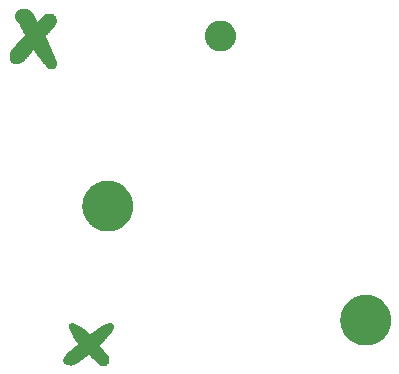
<source format=gbo>
%TF.GenerationSoftware,KiCad,Pcbnew,(6.0.0-0)*%
%TF.CreationDate,2022-02-15T14:33:39+00:00*%
%TF.ProjectId,waffles-1u,77616666-6c65-4732-9d31-752e6b696361,rev?*%
%TF.SameCoordinates,Original*%
%TF.FileFunction,Legend,Bot*%
%TF.FilePolarity,Positive*%
%FSLAX46Y46*%
G04 Gerber Fmt 4.6, Leading zero omitted, Abs format (unit mm)*
G04 Created by KiCad (PCBNEW (6.0.0-0)) date 2022-02-15 14:33:39*
%MOMM*%
%LPD*%
G01*
G04 APERTURE LIST*
%ADD10C,0.010000*%
G04 APERTURE END LIST*
D10*
%TO.C,Ref\u002A\u002A*%
X140189145Y-91589434D02*
X140096729Y-91597570D01*
X140096729Y-91597570D02*
X140006821Y-91610108D01*
X140006821Y-91610108D02*
X139931990Y-91625240D01*
X139931990Y-91625240D02*
X139884803Y-91641158D01*
X139884803Y-91641158D02*
X139880498Y-91643767D01*
X139880498Y-91643767D02*
X139834011Y-91666941D01*
X139834011Y-91666941D02*
X139805599Y-91672834D01*
X139805599Y-91672834D02*
X139759942Y-91684121D01*
X139759942Y-91684121D02*
X139694972Y-91712934D01*
X139694972Y-91712934D02*
X139625468Y-91751699D01*
X139625468Y-91751699D02*
X139566207Y-91792844D01*
X139566207Y-91792844D02*
X139557987Y-91799728D01*
X139557987Y-91799728D02*
X139519380Y-91829759D01*
X139519380Y-91829759D02*
X139495393Y-91842167D01*
X139495393Y-91842167D02*
X139474621Y-91856316D01*
X139474621Y-91856316D02*
X139435036Y-91892335D01*
X139435036Y-91892335D02*
X139386094Y-91940579D01*
X139386094Y-91940579D02*
X139337248Y-91991402D01*
X139337248Y-91991402D02*
X139297953Y-92035161D01*
X139297953Y-92035161D02*
X139277662Y-92062212D01*
X139277662Y-92062212D02*
X139276666Y-92065295D01*
X139276666Y-92065295D02*
X139264257Y-92089906D01*
X139264257Y-92089906D02*
X139250208Y-92107528D01*
X139250208Y-92107528D02*
X139203920Y-92166481D01*
X139203920Y-92166481D02*
X139159765Y-92234660D01*
X139159765Y-92234660D02*
X139125296Y-92299038D01*
X139125296Y-92299038D02*
X139108065Y-92346589D01*
X139108065Y-92346589D02*
X139107333Y-92353975D01*
X139107333Y-92353975D02*
X139099240Y-92386629D01*
X139099240Y-92386629D02*
X139079532Y-92437217D01*
X139079532Y-92437217D02*
X139077308Y-92442218D01*
X139077308Y-92442218D02*
X139047424Y-92540247D01*
X139047424Y-92540247D02*
X139029404Y-92667049D01*
X139029404Y-92667049D02*
X139023047Y-92810815D01*
X139023047Y-92810815D02*
X139028153Y-92959741D01*
X139028153Y-92959741D02*
X139044521Y-93102020D01*
X139044521Y-93102020D02*
X139071951Y-93225846D01*
X139071951Y-93225846D02*
X139091551Y-93281500D01*
X139091551Y-93281500D02*
X139121694Y-93353372D01*
X139121694Y-93353372D02*
X139150992Y-93423410D01*
X139150992Y-93423410D02*
X139151395Y-93424375D01*
X139151395Y-93424375D02*
X139174688Y-93470098D01*
X139174688Y-93470098D02*
X139194430Y-93492662D01*
X139194430Y-93492662D02*
X139196640Y-93493167D01*
X139196640Y-93493167D02*
X139211695Y-93510170D01*
X139211695Y-93510170D02*
X139213166Y-93522053D01*
X139213166Y-93522053D02*
X139227276Y-93549716D01*
X139227276Y-93549716D02*
X139264367Y-93597643D01*
X139264367Y-93597643D02*
X139316584Y-93657539D01*
X139316584Y-93657539D02*
X139376072Y-93721106D01*
X139376072Y-93721106D02*
X139434974Y-93780047D01*
X139434974Y-93780047D02*
X139485436Y-93826066D01*
X139485436Y-93826066D02*
X139519601Y-93850864D01*
X139519601Y-93850864D02*
X139526510Y-93853000D01*
X139526510Y-93853000D02*
X139550279Y-93866620D01*
X139550279Y-93866620D02*
X139551833Y-93873764D01*
X139551833Y-93873764D02*
X139569757Y-93893988D01*
X139569757Y-93893988D02*
X139603218Y-93907424D01*
X139603218Y-93907424D02*
X139647123Y-93928339D01*
X139647123Y-93928339D02*
X139666054Y-93950160D01*
X139666054Y-93950160D02*
X139693915Y-93974015D01*
X139693915Y-93974015D02*
X139725794Y-93980673D01*
X139725794Y-93980673D02*
X139781739Y-93994029D01*
X139781739Y-93994029D02*
X139815170Y-94012423D01*
X139815170Y-94012423D02*
X139866330Y-94037394D01*
X139866330Y-94037394D02*
X139900895Y-94043500D01*
X139900895Y-94043500D02*
X139950043Y-94055383D01*
X139950043Y-94055383D02*
X139971870Y-94069837D01*
X139971870Y-94069837D02*
X140002049Y-94080055D01*
X140002049Y-94080055D02*
X140064163Y-94088917D01*
X140064163Y-94088917D02*
X140147822Y-94095979D01*
X140147822Y-94095979D02*
X140242639Y-94100800D01*
X140242639Y-94100800D02*
X140338224Y-94102935D01*
X140338224Y-94102935D02*
X140424189Y-94101943D01*
X140424189Y-94101943D02*
X140490144Y-94097381D01*
X140490144Y-94097381D02*
X140514916Y-94092983D01*
X140514916Y-94092983D02*
X140559691Y-94074761D01*
X140559691Y-94074761D02*
X140577358Y-94062612D01*
X140577358Y-94062612D02*
X140612852Y-94047536D01*
X140612852Y-94047536D02*
X140648176Y-94043500D01*
X140648176Y-94043500D02*
X140702759Y-94033679D01*
X140702759Y-94033679D02*
X140777640Y-94002383D01*
X140777640Y-94002383D02*
X140864166Y-93955776D01*
X140864166Y-93955776D02*
X140909157Y-93932716D01*
X140909157Y-93932716D02*
X140943541Y-93916974D01*
X140943541Y-93916974D02*
X140980094Y-93893344D01*
X140980094Y-93893344D02*
X140991166Y-93874691D01*
X140991166Y-93874691D02*
X141008201Y-93855217D01*
X141008201Y-93855217D02*
X141021536Y-93853000D01*
X141021536Y-93853000D02*
X141051311Y-93838340D01*
X141051311Y-93838340D02*
X141099009Y-93800474D01*
X141099009Y-93800474D02*
X141155383Y-93748572D01*
X141155383Y-93748572D02*
X141211184Y-93691803D01*
X141211184Y-93691803D02*
X141257163Y-93639337D01*
X141257163Y-93639337D02*
X141284071Y-93600344D01*
X141284071Y-93600344D02*
X141287500Y-93589301D01*
X141287500Y-93589301D02*
X141304548Y-93557870D01*
X141304548Y-93557870D02*
X141319250Y-93549012D01*
X141319250Y-93549012D02*
X141347407Y-93520725D01*
X141347407Y-93520725D02*
X141351000Y-93504414D01*
X141351000Y-93504414D02*
X141362015Y-93475820D01*
X141362015Y-93475820D02*
X141371763Y-93472000D01*
X141371763Y-93472000D02*
X141391172Y-93453904D01*
X141391172Y-93453904D02*
X141406671Y-93413792D01*
X141406671Y-93413792D02*
X141428009Y-93353681D01*
X141428009Y-93353681D02*
X141449408Y-93313832D01*
X141449408Y-93313832D02*
X141472583Y-93261694D01*
X141472583Y-93261694D02*
X141478000Y-93228107D01*
X141478000Y-93228107D02*
X141490127Y-93179064D01*
X141490127Y-93179064D02*
X141504458Y-93157675D01*
X141504458Y-93157675D02*
X141516467Y-93128771D01*
X141516467Y-93128771D02*
X141524694Y-93067784D01*
X141524694Y-93067784D02*
X141529417Y-92971326D01*
X141529417Y-92971326D02*
X141530916Y-92837000D01*
X141530916Y-92837000D02*
X141529397Y-92701939D01*
X141529397Y-92701939D02*
X141524653Y-92605718D01*
X141524653Y-92605718D02*
X141516403Y-92544947D01*
X141516403Y-92544947D02*
X141504458Y-92516325D01*
X141504458Y-92516325D02*
X141482366Y-92474083D01*
X141482366Y-92474083D02*
X141478000Y-92445229D01*
X141478000Y-92445229D02*
X141465367Y-92392660D01*
X141465367Y-92392660D02*
X141446923Y-92359504D01*
X141446923Y-92359504D02*
X141421876Y-92311726D01*
X141421876Y-92311726D02*
X141415173Y-92280711D01*
X141415173Y-92280711D02*
X141398954Y-92242254D01*
X141398954Y-92242254D02*
X141382750Y-92230821D01*
X141382750Y-92230821D02*
X141355531Y-92201850D01*
X141355531Y-92201850D02*
X141351000Y-92180575D01*
X141351000Y-92180575D02*
X141336866Y-92152409D01*
X141336866Y-92152409D02*
X141299269Y-92102832D01*
X141299269Y-92102832D02*
X141245415Y-92039614D01*
X141245415Y-92039614D02*
X141182510Y-91970524D01*
X141182510Y-91970524D02*
X141117761Y-91903331D01*
X141117761Y-91903331D02*
X141058375Y-91845805D01*
X141058375Y-91845805D02*
X141011558Y-91805714D01*
X141011558Y-91805714D02*
X140991166Y-91792635D01*
X140991166Y-91792635D02*
X140954449Y-91773294D01*
X140954449Y-91773294D02*
X140899177Y-91741286D01*
X140899177Y-91741286D02*
X140874750Y-91726524D01*
X140874750Y-91726524D02*
X140813839Y-91694766D01*
X140813839Y-91694766D02*
X140760250Y-91675906D01*
X140760250Y-91675906D02*
X140745050Y-91673752D01*
X140745050Y-91673752D02*
X140696555Y-91659607D01*
X140696555Y-91659607D02*
X140675018Y-91642712D01*
X140675018Y-91642712D02*
X140640696Y-91626041D01*
X140640696Y-91626041D02*
X140570966Y-91611151D01*
X140570966Y-91611151D02*
X140472748Y-91598987D01*
X140472748Y-91598987D02*
X140352959Y-91590498D01*
X140352959Y-91590498D02*
X140271500Y-91587509D01*
X140271500Y-91587509D02*
X140189145Y-91589434D01*
X140189145Y-91589434D02*
X140189145Y-91589434D01*
G36*
X140352959Y-91590498D02*
G01*
X140472748Y-91598987D01*
X140570966Y-91611151D01*
X140640696Y-91626041D01*
X140675018Y-91642712D01*
X140696555Y-91659607D01*
X140745050Y-91673752D01*
X140760250Y-91675906D01*
X140813839Y-91694766D01*
X140874750Y-91726524D01*
X140899177Y-91741286D01*
X140954449Y-91773294D01*
X140991166Y-91792635D01*
X141011558Y-91805714D01*
X141058375Y-91845805D01*
X141117761Y-91903331D01*
X141182510Y-91970524D01*
X141245415Y-92039614D01*
X141299269Y-92102832D01*
X141336866Y-92152409D01*
X141351000Y-92180575D01*
X141355531Y-92201850D01*
X141382750Y-92230821D01*
X141398954Y-92242254D01*
X141415173Y-92280711D01*
X141421876Y-92311726D01*
X141446923Y-92359504D01*
X141465367Y-92392660D01*
X141478000Y-92445229D01*
X141482366Y-92474083D01*
X141504458Y-92516325D01*
X141516403Y-92544947D01*
X141524653Y-92605718D01*
X141529397Y-92701939D01*
X141530916Y-92837000D01*
X141529417Y-92971326D01*
X141524694Y-93067784D01*
X141516467Y-93128771D01*
X141504458Y-93157675D01*
X141490127Y-93179064D01*
X141478000Y-93228107D01*
X141472583Y-93261694D01*
X141449408Y-93313832D01*
X141428009Y-93353681D01*
X141406671Y-93413792D01*
X141391172Y-93453904D01*
X141371763Y-93472000D01*
X141362015Y-93475820D01*
X141351000Y-93504414D01*
X141347407Y-93520725D01*
X141319250Y-93549012D01*
X141304548Y-93557870D01*
X141287500Y-93589301D01*
X141284071Y-93600344D01*
X141257163Y-93639337D01*
X141211184Y-93691803D01*
X141155383Y-93748572D01*
X141099009Y-93800474D01*
X141051311Y-93838340D01*
X141021536Y-93853000D01*
X141008201Y-93855217D01*
X140991166Y-93874691D01*
X140980094Y-93893344D01*
X140943541Y-93916974D01*
X140909157Y-93932716D01*
X140864166Y-93955776D01*
X140777640Y-94002383D01*
X140702759Y-94033679D01*
X140648176Y-94043500D01*
X140612852Y-94047536D01*
X140577358Y-94062612D01*
X140559691Y-94074761D01*
X140514916Y-94092983D01*
X140490144Y-94097381D01*
X140424189Y-94101943D01*
X140338224Y-94102935D01*
X140242639Y-94100800D01*
X140147822Y-94095979D01*
X140064163Y-94088917D01*
X140002049Y-94080055D01*
X139971870Y-94069837D01*
X139950043Y-94055383D01*
X139900895Y-94043500D01*
X139866330Y-94037394D01*
X139815170Y-94012423D01*
X139781739Y-93994029D01*
X139725794Y-93980673D01*
X139693915Y-93974015D01*
X139666054Y-93950160D01*
X139647123Y-93928339D01*
X139603218Y-93907424D01*
X139569757Y-93893988D01*
X139551833Y-93873764D01*
X139550279Y-93866620D01*
X139526510Y-93853000D01*
X139519601Y-93850864D01*
X139485436Y-93826066D01*
X139434974Y-93780047D01*
X139376072Y-93721106D01*
X139316584Y-93657539D01*
X139264367Y-93597643D01*
X139227276Y-93549716D01*
X139213166Y-93522053D01*
X139211695Y-93510170D01*
X139196640Y-93493167D01*
X139194430Y-93492662D01*
X139174688Y-93470098D01*
X139151395Y-93424375D01*
X139150992Y-93423410D01*
X139121694Y-93353372D01*
X139091551Y-93281500D01*
X139071951Y-93225846D01*
X139044521Y-93102020D01*
X139028153Y-92959741D01*
X139023047Y-92810815D01*
X139029404Y-92667049D01*
X139047424Y-92540247D01*
X139077308Y-92442218D01*
X139079532Y-92437217D01*
X139099240Y-92386629D01*
X139107333Y-92353975D01*
X139108065Y-92346589D01*
X139125296Y-92299038D01*
X139159765Y-92234660D01*
X139203920Y-92166481D01*
X139250208Y-92107528D01*
X139264257Y-92089906D01*
X139276666Y-92065295D01*
X139277662Y-92062212D01*
X139297953Y-92035161D01*
X139337248Y-91991402D01*
X139386094Y-91940579D01*
X139435036Y-91892335D01*
X139474621Y-91856316D01*
X139495393Y-91842167D01*
X139519380Y-91829759D01*
X139557987Y-91799728D01*
X139566207Y-91792844D01*
X139625468Y-91751699D01*
X139694972Y-91712934D01*
X139759942Y-91684121D01*
X139805599Y-91672834D01*
X139834011Y-91666941D01*
X139880498Y-91643767D01*
X139884803Y-91641158D01*
X139931990Y-91625240D01*
X140006821Y-91610108D01*
X140096729Y-91597570D01*
X140189145Y-91589434D01*
X140271500Y-91587509D01*
X140352959Y-91590498D01*
G37*
X140352959Y-91590498D02*
X140472748Y-91598987D01*
X140570966Y-91611151D01*
X140640696Y-91626041D01*
X140675018Y-91642712D01*
X140696555Y-91659607D01*
X140745050Y-91673752D01*
X140760250Y-91675906D01*
X140813839Y-91694766D01*
X140874750Y-91726524D01*
X140899177Y-91741286D01*
X140954449Y-91773294D01*
X140991166Y-91792635D01*
X141011558Y-91805714D01*
X141058375Y-91845805D01*
X141117761Y-91903331D01*
X141182510Y-91970524D01*
X141245415Y-92039614D01*
X141299269Y-92102832D01*
X141336866Y-92152409D01*
X141351000Y-92180575D01*
X141355531Y-92201850D01*
X141382750Y-92230821D01*
X141398954Y-92242254D01*
X141415173Y-92280711D01*
X141421876Y-92311726D01*
X141446923Y-92359504D01*
X141465367Y-92392660D01*
X141478000Y-92445229D01*
X141482366Y-92474083D01*
X141504458Y-92516325D01*
X141516403Y-92544947D01*
X141524653Y-92605718D01*
X141529397Y-92701939D01*
X141530916Y-92837000D01*
X141529417Y-92971326D01*
X141524694Y-93067784D01*
X141516467Y-93128771D01*
X141504458Y-93157675D01*
X141490127Y-93179064D01*
X141478000Y-93228107D01*
X141472583Y-93261694D01*
X141449408Y-93313832D01*
X141428009Y-93353681D01*
X141406671Y-93413792D01*
X141391172Y-93453904D01*
X141371763Y-93472000D01*
X141362015Y-93475820D01*
X141351000Y-93504414D01*
X141347407Y-93520725D01*
X141319250Y-93549012D01*
X141304548Y-93557870D01*
X141287500Y-93589301D01*
X141284071Y-93600344D01*
X141257163Y-93639337D01*
X141211184Y-93691803D01*
X141155383Y-93748572D01*
X141099009Y-93800474D01*
X141051311Y-93838340D01*
X141021536Y-93853000D01*
X141008201Y-93855217D01*
X140991166Y-93874691D01*
X140980094Y-93893344D01*
X140943541Y-93916974D01*
X140909157Y-93932716D01*
X140864166Y-93955776D01*
X140777640Y-94002383D01*
X140702759Y-94033679D01*
X140648176Y-94043500D01*
X140612852Y-94047536D01*
X140577358Y-94062612D01*
X140559691Y-94074761D01*
X140514916Y-94092983D01*
X140490144Y-94097381D01*
X140424189Y-94101943D01*
X140338224Y-94102935D01*
X140242639Y-94100800D01*
X140147822Y-94095979D01*
X140064163Y-94088917D01*
X140002049Y-94080055D01*
X139971870Y-94069837D01*
X139950043Y-94055383D01*
X139900895Y-94043500D01*
X139866330Y-94037394D01*
X139815170Y-94012423D01*
X139781739Y-93994029D01*
X139725794Y-93980673D01*
X139693915Y-93974015D01*
X139666054Y-93950160D01*
X139647123Y-93928339D01*
X139603218Y-93907424D01*
X139569757Y-93893988D01*
X139551833Y-93873764D01*
X139550279Y-93866620D01*
X139526510Y-93853000D01*
X139519601Y-93850864D01*
X139485436Y-93826066D01*
X139434974Y-93780047D01*
X139376072Y-93721106D01*
X139316584Y-93657539D01*
X139264367Y-93597643D01*
X139227276Y-93549716D01*
X139213166Y-93522053D01*
X139211695Y-93510170D01*
X139196640Y-93493167D01*
X139194430Y-93492662D01*
X139174688Y-93470098D01*
X139151395Y-93424375D01*
X139150992Y-93423410D01*
X139121694Y-93353372D01*
X139091551Y-93281500D01*
X139071951Y-93225846D01*
X139044521Y-93102020D01*
X139028153Y-92959741D01*
X139023047Y-92810815D01*
X139029404Y-92667049D01*
X139047424Y-92540247D01*
X139077308Y-92442218D01*
X139079532Y-92437217D01*
X139099240Y-92386629D01*
X139107333Y-92353975D01*
X139108065Y-92346589D01*
X139125296Y-92299038D01*
X139159765Y-92234660D01*
X139203920Y-92166481D01*
X139250208Y-92107528D01*
X139264257Y-92089906D01*
X139276666Y-92065295D01*
X139277662Y-92062212D01*
X139297953Y-92035161D01*
X139337248Y-91991402D01*
X139386094Y-91940579D01*
X139435036Y-91892335D01*
X139474621Y-91856316D01*
X139495393Y-91842167D01*
X139519380Y-91829759D01*
X139557987Y-91799728D01*
X139566207Y-91792844D01*
X139625468Y-91751699D01*
X139694972Y-91712934D01*
X139759942Y-91684121D01*
X139805599Y-91672834D01*
X139834011Y-91666941D01*
X139880498Y-91643767D01*
X139884803Y-91641158D01*
X139931990Y-91625240D01*
X140006821Y-91610108D01*
X140096729Y-91597570D01*
X140189145Y-91589434D01*
X140271500Y-91587509D01*
X140352959Y-91590498D01*
X130621832Y-105142853D02*
X130497395Y-105154774D01*
X130497395Y-105154774D02*
X130370001Y-105173250D01*
X130370001Y-105173250D02*
X130248804Y-105196538D01*
X130248804Y-105196538D02*
X130142954Y-105222890D01*
X130142954Y-105222890D02*
X130061603Y-105250562D01*
X130061603Y-105250562D02*
X130015553Y-105276302D01*
X130015553Y-105276302D02*
X129979294Y-105290915D01*
X129979294Y-105290915D02*
X129950807Y-105293970D01*
X129950807Y-105293970D02*
X129898238Y-105306602D01*
X129898238Y-105306602D02*
X129865082Y-105325047D01*
X129865082Y-105325047D02*
X129817304Y-105350094D01*
X129817304Y-105350094D02*
X129786289Y-105356797D01*
X129786289Y-105356797D02*
X129747832Y-105373015D01*
X129747832Y-105373015D02*
X129736399Y-105389220D01*
X129736399Y-105389220D02*
X129712798Y-105417293D01*
X129712798Y-105417293D02*
X129700205Y-105420970D01*
X129700205Y-105420970D02*
X129671315Y-105432582D01*
X129671315Y-105432582D02*
X129618614Y-105463038D01*
X129618614Y-105463038D02*
X129552145Y-105505765D01*
X129552145Y-105505765D02*
X129481951Y-105554190D01*
X129481951Y-105554190D02*
X129418076Y-105601741D01*
X129418076Y-105601741D02*
X129392934Y-105622053D01*
X129392934Y-105622053D02*
X129285614Y-105720184D01*
X129285614Y-105720184D02*
X129175592Y-105834599D01*
X129175592Y-105834599D02*
X129077250Y-105949811D01*
X129077250Y-105949811D02*
X129029301Y-106013637D01*
X129029301Y-106013637D02*
X128994845Y-106061782D01*
X128994845Y-106061782D02*
X128970871Y-106093527D01*
X128970871Y-106093527D02*
X128966745Y-106098319D01*
X128966745Y-106098319D02*
X128950000Y-106124000D01*
X128950000Y-106124000D02*
X128920285Y-106177324D01*
X128920285Y-106177324D02*
X128883231Y-106247908D01*
X128883231Y-106247908D02*
X128852013Y-106309970D01*
X128852013Y-106309970D02*
X128823977Y-106366466D01*
X128823977Y-106366466D02*
X128791902Y-106430610D01*
X128791902Y-106430610D02*
X128790504Y-106433394D01*
X128790504Y-106433394D02*
X128766615Y-106489733D01*
X128766615Y-106489733D02*
X128754683Y-106535017D01*
X128754683Y-106535017D02*
X128754405Y-106539227D01*
X128754405Y-106539227D02*
X128741589Y-106583549D01*
X128741589Y-106583549D02*
X128722655Y-106615640D01*
X128722655Y-106615640D02*
X128702344Y-106663229D01*
X128702344Y-106663229D02*
X128691702Y-106728522D01*
X128691702Y-106728522D02*
X128691259Y-106742640D01*
X128691259Y-106742640D02*
X128683194Y-106821827D01*
X128683194Y-106821827D02*
X128663846Y-106903232D01*
X128663846Y-106903232D02*
X128660439Y-106913220D01*
X128660439Y-106913220D02*
X128644621Y-106983750D01*
X128644621Y-106983750D02*
X128634379Y-107083669D01*
X128634379Y-107083669D02*
X128629713Y-107200401D01*
X128629713Y-107200401D02*
X128630623Y-107321369D01*
X128630623Y-107321369D02*
X128637108Y-107433997D01*
X128637108Y-107433997D02*
X128649169Y-107525709D01*
X128649169Y-107525709D02*
X128660439Y-107569387D01*
X128660439Y-107569387D02*
X128680896Y-107648062D01*
X128680896Y-107648062D02*
X128691034Y-107729847D01*
X128691034Y-107729847D02*
X128691259Y-107739966D01*
X128691259Y-107739966D02*
X128699004Y-107805868D01*
X128699004Y-107805868D02*
X128717731Y-107859379D01*
X128717731Y-107859379D02*
X128722655Y-107866966D01*
X128722655Y-107866966D02*
X128747627Y-107913591D01*
X128747627Y-107913591D02*
X128754405Y-107943379D01*
X128754405Y-107943379D02*
X128764049Y-107987100D01*
X128764049Y-107987100D02*
X128785003Y-108038629D01*
X128785003Y-108038629D02*
X128812720Y-108096822D01*
X128812720Y-108096822D02*
X128845005Y-108168182D01*
X128845005Y-108168182D02*
X128853795Y-108188269D01*
X128853795Y-108188269D02*
X128879994Y-108241585D01*
X128879994Y-108241585D02*
X128901829Y-108273854D01*
X128901829Y-108273854D02*
X128908536Y-108278227D01*
X128908536Y-108278227D02*
X128922786Y-108295611D01*
X128922786Y-108295611D02*
X128924411Y-108309099D01*
X128924411Y-108309099D02*
X128938950Y-108349776D01*
X128938950Y-108349776D02*
X128978820Y-108412835D01*
X128978820Y-108412835D02*
X129038400Y-108491775D01*
X129038400Y-108491775D02*
X129112069Y-108580097D01*
X129112069Y-108580097D02*
X129194207Y-108671301D01*
X129194207Y-108671301D02*
X129279194Y-108758886D01*
X129279194Y-108758886D02*
X129361409Y-108836354D01*
X129361409Y-108836354D02*
X129428718Y-108892303D01*
X129428718Y-108892303D02*
X129485712Y-108936484D01*
X129485712Y-108936484D02*
X129536062Y-108976802D01*
X129536062Y-108976802D02*
X129542661Y-108982262D01*
X129542661Y-108982262D02*
X129581683Y-109009792D01*
X129581683Y-109009792D02*
X129605167Y-109019303D01*
X129605167Y-109019303D02*
X129631436Y-109030821D01*
X129631436Y-109030821D02*
X129678607Y-109060244D01*
X129678607Y-109060244D02*
X129710937Y-109082803D01*
X129710937Y-109082803D02*
X129766845Y-109119445D01*
X129766845Y-109119445D02*
X129812096Y-109142386D01*
X129812096Y-109142386D02*
X129827458Y-109146303D01*
X129827458Y-109146303D02*
X129869852Y-109156018D01*
X129869852Y-109156018D02*
X129893074Y-109166444D01*
X129893074Y-109166444D02*
X130040712Y-109232170D01*
X130040712Y-109232170D02*
X130212703Y-109279943D01*
X130212703Y-109279943D02*
X130412433Y-109310205D01*
X130412433Y-109310205D02*
X130643287Y-109323403D01*
X130643287Y-109323403D02*
X130908653Y-109319981D01*
X130908653Y-109319981D02*
X131019911Y-109314376D01*
X131019911Y-109314376D02*
X131191772Y-109297174D01*
X131191772Y-109297174D02*
X131327950Y-109267725D01*
X131327950Y-109267725D02*
X131369161Y-109253977D01*
X131369161Y-109253977D02*
X131444041Y-109227101D01*
X131444041Y-109227101D02*
X131509154Y-109205368D01*
X131509154Y-109205368D02*
X131543786Y-109195243D01*
X131543786Y-109195243D02*
X131580866Y-109179259D01*
X131580866Y-109179259D02*
X131591411Y-109165002D01*
X131591411Y-109165002D02*
X131608948Y-109149235D01*
X131608948Y-109149235D02*
X131629198Y-109146303D01*
X131629198Y-109146303D02*
X131661479Y-109135242D01*
X131661479Y-109135242D02*
X131720024Y-109105259D01*
X131720024Y-109105259D02*
X131796030Y-109061152D01*
X131796030Y-109061152D02*
X131867323Y-109016446D01*
X131867323Y-109016446D02*
X132036346Y-108893567D01*
X132036346Y-108893567D02*
X132197940Y-108751015D01*
X132197940Y-108751015D02*
X132344611Y-108596870D01*
X132344611Y-108596870D02*
X132468869Y-108439212D01*
X132468869Y-108439212D02*
X132563219Y-108286122D01*
X132563219Y-108286122D02*
X132584030Y-108243484D01*
X132584030Y-108243484D02*
X132609449Y-108201736D01*
X132609449Y-108201736D02*
X132627273Y-108184027D01*
X132627273Y-108184027D02*
X132646444Y-108153285D01*
X132646444Y-108153285D02*
X132649745Y-108130769D01*
X132649745Y-108130769D02*
X132658976Y-108085881D01*
X132658976Y-108085881D02*
X132681554Y-108028117D01*
X132681554Y-108028117D02*
X132685076Y-108020894D01*
X132685076Y-108020894D02*
X132713932Y-107962941D01*
X132713932Y-107962941D02*
X132737083Y-107915840D01*
X132737083Y-107915840D02*
X132738701Y-107912497D01*
X132738701Y-107912497D02*
X132753393Y-107870400D01*
X132753393Y-107870400D02*
X132770600Y-107804990D01*
X132770600Y-107804990D02*
X132779588Y-107764331D01*
X132779588Y-107764331D02*
X132796855Y-107680805D01*
X132796855Y-107680805D02*
X132814174Y-107598179D01*
X132814174Y-107598179D02*
X132820291Y-107569387D01*
X132820291Y-107569387D02*
X132827689Y-107513433D01*
X132827689Y-107513433D02*
X132833628Y-107427858D01*
X132833628Y-107427858D02*
X132837406Y-107325365D01*
X132837406Y-107325365D02*
X132838401Y-107241303D01*
X132838401Y-107241303D02*
X132836812Y-107134431D01*
X132836812Y-107134431D02*
X132832510Y-107034501D01*
X132832510Y-107034501D02*
X132826199Y-106954219D01*
X132826199Y-106954219D02*
X132820291Y-106913220D01*
X132820291Y-106913220D02*
X132804813Y-106839915D01*
X132804813Y-106839915D02*
X132786798Y-106753312D01*
X132786798Y-106753312D02*
X132779588Y-106718276D01*
X132779588Y-106718276D02*
X132763123Y-106647779D01*
X132763123Y-106647779D02*
X132746159Y-106590152D01*
X132746159Y-106590152D02*
X132738235Y-106570109D01*
X132738235Y-106570109D02*
X132717320Y-106525325D01*
X132717320Y-106525325D02*
X132690928Y-106465801D01*
X132690928Y-106465801D02*
X132687620Y-106458137D01*
X132687620Y-106458137D02*
X132649469Y-106373016D01*
X132649469Y-106373016D02*
X132607067Y-106283923D01*
X132607067Y-106283923D02*
X132567427Y-106205203D01*
X132567427Y-106205203D02*
X132537823Y-106151631D01*
X132537823Y-106151631D02*
X132486495Y-106074921D01*
X132486495Y-106074921D02*
X132421421Y-105988145D01*
X132421421Y-105988145D02*
X132348231Y-105897649D01*
X132348231Y-105897649D02*
X132272555Y-105809781D01*
X132272555Y-105809781D02*
X132200021Y-105730889D01*
X132200021Y-105730889D02*
X132136259Y-105667321D01*
X132136259Y-105667321D02*
X132086899Y-105625423D01*
X132086899Y-105625423D02*
X132058771Y-105611470D01*
X132058771Y-105611470D02*
X132036854Y-105597609D01*
X132036854Y-105597609D02*
X132035911Y-105592119D01*
X132035911Y-105592119D02*
X132017135Y-105569343D01*
X132017135Y-105569343D02*
X131961038Y-105527489D01*
X131961038Y-105527489D02*
X131867966Y-105466799D01*
X131867966Y-105466799D02*
X131771328Y-105407388D01*
X131771328Y-105407388D02*
X131698769Y-105367676D01*
X131698769Y-105367676D02*
X131621557Y-105331770D01*
X131621557Y-105331770D02*
X131553049Y-105305338D01*
X131553049Y-105305338D02*
X131506606Y-105294049D01*
X131506606Y-105294049D02*
X131504054Y-105293970D01*
X131504054Y-105293970D02*
X131471148Y-105284570D01*
X131471148Y-105284570D02*
X131464411Y-105272803D01*
X131464411Y-105272803D02*
X131446934Y-105254790D01*
X131446934Y-105254790D02*
X131427370Y-105251506D01*
X131427370Y-105251506D02*
X131382821Y-105241912D01*
X131382821Y-105241912D02*
X131329270Y-105219533D01*
X131329270Y-105219533D02*
X131283072Y-105204536D01*
X131283072Y-105204536D02*
X131204931Y-105188412D01*
X131204931Y-105188412D02*
X131105163Y-105172554D01*
X131105163Y-105172554D02*
X130994083Y-105158354D01*
X130994083Y-105158354D02*
X130882007Y-105147203D01*
X130882007Y-105147203D02*
X130779250Y-105140494D01*
X130779250Y-105140494D02*
X130734161Y-105139235D01*
X130734161Y-105139235D02*
X130621832Y-105142853D01*
X130621832Y-105142853D02*
X130621832Y-105142853D01*
G36*
X130779250Y-105140494D02*
G01*
X130882007Y-105147203D01*
X130994083Y-105158354D01*
X131105163Y-105172554D01*
X131204931Y-105188412D01*
X131283072Y-105204536D01*
X131329270Y-105219533D01*
X131382821Y-105241912D01*
X131427370Y-105251506D01*
X131446934Y-105254790D01*
X131464411Y-105272803D01*
X131471148Y-105284570D01*
X131504054Y-105293970D01*
X131506606Y-105294049D01*
X131553049Y-105305338D01*
X131621557Y-105331770D01*
X131698769Y-105367676D01*
X131771328Y-105407388D01*
X131867966Y-105466799D01*
X131961038Y-105527489D01*
X132017135Y-105569343D01*
X132035911Y-105592119D01*
X132036854Y-105597609D01*
X132058771Y-105611470D01*
X132086899Y-105625423D01*
X132136259Y-105667321D01*
X132200021Y-105730889D01*
X132272555Y-105809781D01*
X132348231Y-105897649D01*
X132421421Y-105988145D01*
X132486495Y-106074921D01*
X132537823Y-106151631D01*
X132567427Y-106205203D01*
X132607067Y-106283923D01*
X132649469Y-106373016D01*
X132687620Y-106458137D01*
X132690928Y-106465801D01*
X132717320Y-106525325D01*
X132738235Y-106570109D01*
X132746159Y-106590152D01*
X132763123Y-106647779D01*
X132779588Y-106718276D01*
X132786798Y-106753312D01*
X132804813Y-106839915D01*
X132820291Y-106913220D01*
X132826199Y-106954219D01*
X132832510Y-107034501D01*
X132836812Y-107134431D01*
X132838401Y-107241303D01*
X132837406Y-107325365D01*
X132833628Y-107427858D01*
X132827689Y-107513433D01*
X132820291Y-107569387D01*
X132814174Y-107598179D01*
X132796855Y-107680805D01*
X132779588Y-107764331D01*
X132770600Y-107804990D01*
X132753393Y-107870400D01*
X132738701Y-107912497D01*
X132737083Y-107915840D01*
X132713932Y-107962941D01*
X132685076Y-108020894D01*
X132681554Y-108028117D01*
X132658976Y-108085881D01*
X132649745Y-108130769D01*
X132646444Y-108153285D01*
X132627273Y-108184027D01*
X132609449Y-108201736D01*
X132584030Y-108243484D01*
X132563219Y-108286122D01*
X132468869Y-108439212D01*
X132344611Y-108596870D01*
X132197940Y-108751015D01*
X132036346Y-108893567D01*
X131867323Y-109016446D01*
X131796030Y-109061152D01*
X131720024Y-109105259D01*
X131661479Y-109135242D01*
X131629198Y-109146303D01*
X131608948Y-109149235D01*
X131591411Y-109165002D01*
X131580866Y-109179259D01*
X131543786Y-109195243D01*
X131509154Y-109205368D01*
X131444041Y-109227101D01*
X131369161Y-109253977D01*
X131327950Y-109267725D01*
X131191772Y-109297174D01*
X131019911Y-109314376D01*
X130908653Y-109319981D01*
X130643287Y-109323403D01*
X130412433Y-109310205D01*
X130212703Y-109279943D01*
X130040712Y-109232170D01*
X129893074Y-109166444D01*
X129869852Y-109156018D01*
X129827458Y-109146303D01*
X129812096Y-109142386D01*
X129766845Y-109119445D01*
X129710937Y-109082803D01*
X129678607Y-109060244D01*
X129631436Y-109030821D01*
X129605167Y-109019303D01*
X129581683Y-109009792D01*
X129542661Y-108982262D01*
X129536062Y-108976802D01*
X129485712Y-108936484D01*
X129428718Y-108892303D01*
X129361409Y-108836354D01*
X129279194Y-108758886D01*
X129194207Y-108671301D01*
X129112069Y-108580097D01*
X129038400Y-108491775D01*
X128978820Y-108412835D01*
X128938950Y-108349776D01*
X128924411Y-108309099D01*
X128922786Y-108295611D01*
X128908536Y-108278227D01*
X128901829Y-108273854D01*
X128879994Y-108241585D01*
X128853795Y-108188269D01*
X128845005Y-108168182D01*
X128812720Y-108096822D01*
X128785003Y-108038629D01*
X128764049Y-107987100D01*
X128754405Y-107943379D01*
X128747627Y-107913591D01*
X128722655Y-107866966D01*
X128717731Y-107859379D01*
X128699004Y-107805868D01*
X128691259Y-107739966D01*
X128691034Y-107729847D01*
X128680896Y-107648062D01*
X128660439Y-107569387D01*
X128649169Y-107525709D01*
X128637108Y-107433997D01*
X128630623Y-107321369D01*
X128629713Y-107200401D01*
X128634379Y-107083669D01*
X128644621Y-106983750D01*
X128660439Y-106913220D01*
X128663846Y-106903232D01*
X128683194Y-106821827D01*
X128691259Y-106742640D01*
X128691702Y-106728522D01*
X128702344Y-106663229D01*
X128722655Y-106615640D01*
X128741589Y-106583549D01*
X128754405Y-106539227D01*
X128754683Y-106535017D01*
X128766615Y-106489733D01*
X128790504Y-106433394D01*
X128791902Y-106430610D01*
X128823977Y-106366466D01*
X128852013Y-106309970D01*
X128883231Y-106247908D01*
X128920285Y-106177324D01*
X128950000Y-106124000D01*
X128966745Y-106098319D01*
X128970871Y-106093527D01*
X128994845Y-106061782D01*
X129029301Y-106013637D01*
X129077250Y-105949811D01*
X129175592Y-105834599D01*
X129285614Y-105720184D01*
X129392934Y-105622053D01*
X129418076Y-105601741D01*
X129481951Y-105554190D01*
X129552145Y-105505765D01*
X129618614Y-105463038D01*
X129671315Y-105432582D01*
X129700205Y-105420970D01*
X129712798Y-105417293D01*
X129736399Y-105389220D01*
X129747832Y-105373015D01*
X129786289Y-105356797D01*
X129817304Y-105350094D01*
X129865082Y-105325047D01*
X129898238Y-105306602D01*
X129950807Y-105293970D01*
X129979294Y-105290915D01*
X130015553Y-105276302D01*
X130061603Y-105250562D01*
X130142954Y-105222890D01*
X130248804Y-105196538D01*
X130370001Y-105173250D01*
X130497395Y-105154774D01*
X130621832Y-105142853D01*
X130734161Y-105139235D01*
X130779250Y-105140494D01*
G37*
X130779250Y-105140494D02*
X130882007Y-105147203D01*
X130994083Y-105158354D01*
X131105163Y-105172554D01*
X131204931Y-105188412D01*
X131283072Y-105204536D01*
X131329270Y-105219533D01*
X131382821Y-105241912D01*
X131427370Y-105251506D01*
X131446934Y-105254790D01*
X131464411Y-105272803D01*
X131471148Y-105284570D01*
X131504054Y-105293970D01*
X131506606Y-105294049D01*
X131553049Y-105305338D01*
X131621557Y-105331770D01*
X131698769Y-105367676D01*
X131771328Y-105407388D01*
X131867966Y-105466799D01*
X131961038Y-105527489D01*
X132017135Y-105569343D01*
X132035911Y-105592119D01*
X132036854Y-105597609D01*
X132058771Y-105611470D01*
X132086899Y-105625423D01*
X132136259Y-105667321D01*
X132200021Y-105730889D01*
X132272555Y-105809781D01*
X132348231Y-105897649D01*
X132421421Y-105988145D01*
X132486495Y-106074921D01*
X132537823Y-106151631D01*
X132567427Y-106205203D01*
X132607067Y-106283923D01*
X132649469Y-106373016D01*
X132687620Y-106458137D01*
X132690928Y-106465801D01*
X132717320Y-106525325D01*
X132738235Y-106570109D01*
X132746159Y-106590152D01*
X132763123Y-106647779D01*
X132779588Y-106718276D01*
X132786798Y-106753312D01*
X132804813Y-106839915D01*
X132820291Y-106913220D01*
X132826199Y-106954219D01*
X132832510Y-107034501D01*
X132836812Y-107134431D01*
X132838401Y-107241303D01*
X132837406Y-107325365D01*
X132833628Y-107427858D01*
X132827689Y-107513433D01*
X132820291Y-107569387D01*
X132814174Y-107598179D01*
X132796855Y-107680805D01*
X132779588Y-107764331D01*
X132770600Y-107804990D01*
X132753393Y-107870400D01*
X132738701Y-107912497D01*
X132737083Y-107915840D01*
X132713932Y-107962941D01*
X132685076Y-108020894D01*
X132681554Y-108028117D01*
X132658976Y-108085881D01*
X132649745Y-108130769D01*
X132646444Y-108153285D01*
X132627273Y-108184027D01*
X132609449Y-108201736D01*
X132584030Y-108243484D01*
X132563219Y-108286122D01*
X132468869Y-108439212D01*
X132344611Y-108596870D01*
X132197940Y-108751015D01*
X132036346Y-108893567D01*
X131867323Y-109016446D01*
X131796030Y-109061152D01*
X131720024Y-109105259D01*
X131661479Y-109135242D01*
X131629198Y-109146303D01*
X131608948Y-109149235D01*
X131591411Y-109165002D01*
X131580866Y-109179259D01*
X131543786Y-109195243D01*
X131509154Y-109205368D01*
X131444041Y-109227101D01*
X131369161Y-109253977D01*
X131327950Y-109267725D01*
X131191772Y-109297174D01*
X131019911Y-109314376D01*
X130908653Y-109319981D01*
X130643287Y-109323403D01*
X130412433Y-109310205D01*
X130212703Y-109279943D01*
X130040712Y-109232170D01*
X129893074Y-109166444D01*
X129869852Y-109156018D01*
X129827458Y-109146303D01*
X129812096Y-109142386D01*
X129766845Y-109119445D01*
X129710937Y-109082803D01*
X129678607Y-109060244D01*
X129631436Y-109030821D01*
X129605167Y-109019303D01*
X129581683Y-109009792D01*
X129542661Y-108982262D01*
X129536062Y-108976802D01*
X129485712Y-108936484D01*
X129428718Y-108892303D01*
X129361409Y-108836354D01*
X129279194Y-108758886D01*
X129194207Y-108671301D01*
X129112069Y-108580097D01*
X129038400Y-108491775D01*
X128978820Y-108412835D01*
X128938950Y-108349776D01*
X128924411Y-108309099D01*
X128922786Y-108295611D01*
X128908536Y-108278227D01*
X128901829Y-108273854D01*
X128879994Y-108241585D01*
X128853795Y-108188269D01*
X128845005Y-108168182D01*
X128812720Y-108096822D01*
X128785003Y-108038629D01*
X128764049Y-107987100D01*
X128754405Y-107943379D01*
X128747627Y-107913591D01*
X128722655Y-107866966D01*
X128717731Y-107859379D01*
X128699004Y-107805868D01*
X128691259Y-107739966D01*
X128691034Y-107729847D01*
X128680896Y-107648062D01*
X128660439Y-107569387D01*
X128649169Y-107525709D01*
X128637108Y-107433997D01*
X128630623Y-107321369D01*
X128629713Y-107200401D01*
X128634379Y-107083669D01*
X128644621Y-106983750D01*
X128660439Y-106913220D01*
X128663846Y-106903232D01*
X128683194Y-106821827D01*
X128691259Y-106742640D01*
X128691702Y-106728522D01*
X128702344Y-106663229D01*
X128722655Y-106615640D01*
X128741589Y-106583549D01*
X128754405Y-106539227D01*
X128754683Y-106535017D01*
X128766615Y-106489733D01*
X128790504Y-106433394D01*
X128791902Y-106430610D01*
X128823977Y-106366466D01*
X128852013Y-106309970D01*
X128883231Y-106247908D01*
X128920285Y-106177324D01*
X128950000Y-106124000D01*
X128966745Y-106098319D01*
X128970871Y-106093527D01*
X128994845Y-106061782D01*
X129029301Y-106013637D01*
X129077250Y-105949811D01*
X129175592Y-105834599D01*
X129285614Y-105720184D01*
X129392934Y-105622053D01*
X129418076Y-105601741D01*
X129481951Y-105554190D01*
X129552145Y-105505765D01*
X129618614Y-105463038D01*
X129671315Y-105432582D01*
X129700205Y-105420970D01*
X129712798Y-105417293D01*
X129736399Y-105389220D01*
X129747832Y-105373015D01*
X129786289Y-105356797D01*
X129817304Y-105350094D01*
X129865082Y-105325047D01*
X129898238Y-105306602D01*
X129950807Y-105293970D01*
X129979294Y-105290915D01*
X130015553Y-105276302D01*
X130061603Y-105250562D01*
X130142954Y-105222890D01*
X130248804Y-105196538D01*
X130370001Y-105173250D01*
X130497395Y-105154774D01*
X130621832Y-105142853D01*
X130734161Y-105139235D01*
X130779250Y-105140494D01*
X131198129Y-117372227D02*
X131189763Y-117320759D01*
X131189763Y-117320759D02*
X131170792Y-117283994D01*
X131170792Y-117283994D02*
X131147807Y-117258207D01*
X131147807Y-117258207D02*
X131115967Y-117230888D01*
X131115967Y-117230888D02*
X131080357Y-117214951D01*
X131080357Y-117214951D02*
X131028832Y-117207422D01*
X131028832Y-117207422D02*
X130949246Y-117205322D01*
X130949246Y-117205322D02*
X130931897Y-117205291D01*
X130931897Y-117205291D02*
X130834904Y-117208977D01*
X130834904Y-117208977D02*
X130768681Y-117219446D01*
X130768681Y-117219446D02*
X130742455Y-117231749D01*
X130742455Y-117231749D02*
X130700833Y-117253252D01*
X130700833Y-117253252D02*
X130667975Y-117258207D01*
X130667975Y-117258207D02*
X130624755Y-117267553D01*
X130624755Y-117267553D02*
X130562042Y-117290720D01*
X130562042Y-117290720D02*
X130496571Y-117320403D01*
X130496571Y-117320403D02*
X130445079Y-117349297D01*
X130445079Y-117349297D02*
X130428140Y-117362897D01*
X130428140Y-117362897D02*
X130394948Y-117388450D01*
X130394948Y-117388450D02*
X130341069Y-117420586D01*
X130341069Y-117420586D02*
X130285265Y-117448234D01*
X130285265Y-117448234D02*
X130248713Y-117471864D01*
X130248713Y-117471864D02*
X130237640Y-117490517D01*
X130237640Y-117490517D02*
X130220037Y-117508505D01*
X130220037Y-117508505D02*
X130197899Y-117512207D01*
X130197899Y-117512207D02*
X130151131Y-117527581D01*
X130151131Y-117527581D02*
X130131807Y-117543957D01*
X130131807Y-117543957D02*
X130095770Y-117570855D01*
X130095770Y-117570855D02*
X130076298Y-117575707D01*
X130076298Y-117575707D02*
X130049433Y-117585016D01*
X130049433Y-117585016D02*
X130046571Y-117591582D01*
X130046571Y-117591582D02*
X130029779Y-117611138D01*
X130029779Y-117611138D02*
X129987874Y-117642557D01*
X129987874Y-117642557D02*
X129961904Y-117659338D01*
X129961904Y-117659338D02*
X129912084Y-117693381D01*
X129912084Y-117693381D02*
X129881925Y-117720373D01*
X129881925Y-117720373D02*
X129877807Y-117728129D01*
X129877807Y-117728129D02*
X129861473Y-117744465D01*
X129861473Y-117744465D02*
X129855783Y-117745041D01*
X129855783Y-117745041D02*
X129827116Y-117756319D01*
X129827116Y-117756319D02*
X129780315Y-117783560D01*
X129780315Y-117783560D02*
X129730769Y-117816875D01*
X129730769Y-117816875D02*
X129693868Y-117846373D01*
X129693868Y-117846373D02*
X129687307Y-117853313D01*
X129687307Y-117853313D02*
X129660686Y-117869265D01*
X129660686Y-117869265D02*
X129629098Y-117881198D01*
X129629098Y-117881198D02*
X129592173Y-117900030D01*
X129592173Y-117900030D02*
X129581473Y-117915801D01*
X129581473Y-117915801D02*
X129564263Y-117933220D01*
X129564263Y-117933220D02*
X129549059Y-117935541D01*
X129549059Y-117935541D02*
X129513741Y-117952665D01*
X129513741Y-117952665D02*
X129504461Y-117967291D01*
X129504461Y-117967291D02*
X129483184Y-117995312D01*
X129483184Y-117995312D02*
X129472467Y-117999041D01*
X129472467Y-117999041D02*
X129446555Y-118010973D01*
X129446555Y-118010973D02*
X129398084Y-118042180D01*
X129398084Y-118042180D02*
X129340517Y-118083707D01*
X129340517Y-118083707D02*
X129280608Y-118126873D01*
X129280608Y-118126873D02*
X129233116Y-118157325D01*
X129233116Y-118157325D02*
X129209133Y-118168230D01*
X129209133Y-118168230D02*
X129185956Y-118152203D01*
X129185956Y-118152203D02*
X129152321Y-118112570D01*
X129152321Y-118112570D02*
X129142997Y-118099438D01*
X129142997Y-118099438D02*
X129090892Y-118031850D01*
X129090892Y-118031850D02*
X129024776Y-117958401D01*
X129024776Y-117958401D02*
X128952286Y-117886171D01*
X128952286Y-117886171D02*
X128881057Y-117822240D01*
X128881057Y-117822240D02*
X128818722Y-117773690D01*
X128818722Y-117773690D02*
X128772919Y-117747601D01*
X128772919Y-117747601D02*
X128760849Y-117745041D01*
X128760849Y-117745041D02*
X128733464Y-117732065D01*
X128733464Y-117732065D02*
X128731279Y-117728264D01*
X128731279Y-117728264D02*
X128710271Y-117707813D01*
X128710271Y-117707813D02*
X128665814Y-117676269D01*
X128665814Y-117676269D02*
X128644848Y-117663038D01*
X128644848Y-117663038D02*
X128596534Y-117629505D01*
X128596534Y-117629505D02*
X128568400Y-117602155D01*
X128568400Y-117602155D02*
X128565473Y-117595148D01*
X128565473Y-117595148D02*
X128547847Y-117579018D01*
X128547847Y-117579018D02*
X128525732Y-117575707D01*
X128525732Y-117575707D02*
X128478965Y-117560334D01*
X128478965Y-117560334D02*
X128459640Y-117543957D01*
X128459640Y-117543957D02*
X128423603Y-117517060D01*
X128423603Y-117517060D02*
X128404132Y-117512207D01*
X128404132Y-117512207D02*
X128377652Y-117501084D01*
X128377652Y-117501084D02*
X128374973Y-117493111D01*
X128374973Y-117493111D02*
X128357545Y-117472364D01*
X128357545Y-117472364D02*
X128316765Y-117450122D01*
X128316765Y-117450122D02*
X128233040Y-117410518D01*
X128233040Y-117410518D02*
X128164044Y-117368300D01*
X128164044Y-117368300D02*
X128136125Y-117345326D01*
X128136125Y-117345326D02*
X128097211Y-117326309D01*
X128097211Y-117326309D02*
X128063824Y-117321707D01*
X128063824Y-117321707D02*
X128026115Y-117314040D01*
X128026115Y-117314040D02*
X128015140Y-117300944D01*
X128015140Y-117300944D02*
X127996993Y-117281871D01*
X127996993Y-117281871D02*
X127956932Y-117267208D01*
X127956932Y-117267208D02*
X127896364Y-117249160D01*
X127896364Y-117249160D02*
X127829722Y-117223298D01*
X127829722Y-117223298D02*
X127826985Y-117222080D01*
X127826985Y-117222080D02*
X127731820Y-117199448D01*
X127731820Y-117199448D02*
X127670263Y-117201323D01*
X127670263Y-117201323D02*
X127582374Y-117231036D01*
X127582374Y-117231036D02*
X127521581Y-117289376D01*
X127521581Y-117289376D02*
X127490196Y-117370650D01*
X127490196Y-117370650D02*
X127490532Y-117469163D01*
X127490532Y-117469163D02*
X127520657Y-117569698D01*
X127520657Y-117569698D02*
X127547369Y-117632083D01*
X127547369Y-117632083D02*
X127569262Y-117684374D01*
X127569262Y-117684374D02*
X127572418Y-117692124D01*
X127572418Y-117692124D02*
X127590864Y-117736223D01*
X127590864Y-117736223D02*
X127618299Y-117800108D01*
X127618299Y-117800108D02*
X127632984Y-117833838D01*
X127632984Y-117833838D02*
X127657993Y-117895076D01*
X127657993Y-117895076D02*
X127673716Y-117941441D01*
X127673716Y-117941441D02*
X127676473Y-117955546D01*
X127676473Y-117955546D02*
X127690704Y-117977044D01*
X127690704Y-117977044D02*
X127695958Y-117977874D01*
X127695958Y-117977874D02*
X127713602Y-117996121D01*
X127713602Y-117996121D02*
X127729115Y-118040139D01*
X127729115Y-118040139D02*
X127729390Y-118041374D01*
X127729390Y-118041374D02*
X127744749Y-118085811D01*
X127744749Y-118085811D02*
X127762440Y-118104862D01*
X127762440Y-118104862D02*
X127762822Y-118104874D01*
X127762822Y-118104874D02*
X127778849Y-118122550D01*
X127778849Y-118122550D02*
X127782307Y-118145696D01*
X127782307Y-118145696D02*
X127796733Y-118195395D01*
X127796733Y-118195395D02*
X127811264Y-118215474D01*
X127811264Y-118215474D02*
X127841487Y-118259479D01*
X127841487Y-118259479D02*
X127855024Y-118291070D01*
X127855024Y-118291070D02*
X127874029Y-118327490D01*
X127874029Y-118327490D02*
X127889567Y-118337707D01*
X127889567Y-118337707D02*
X127905944Y-118355331D01*
X127905944Y-118355331D02*
X127909307Y-118377449D01*
X127909307Y-118377449D02*
X127924680Y-118424216D01*
X127924680Y-118424216D02*
X127941057Y-118443541D01*
X127941057Y-118443541D02*
X127967894Y-118478381D01*
X127967894Y-118478381D02*
X127972807Y-118496785D01*
X127972807Y-118496785D02*
X127989831Y-118527123D01*
X127989831Y-118527123D02*
X128004557Y-118535862D01*
X128004557Y-118535862D02*
X128031631Y-118564799D01*
X128031631Y-118564799D02*
X128036307Y-118586744D01*
X128036307Y-118586744D02*
X128051664Y-118624802D01*
X128051664Y-118624802D02*
X128089546Y-118669165D01*
X128089546Y-118669165D02*
X128098910Y-118677367D01*
X128098910Y-118677367D02*
X128139783Y-118717468D01*
X128139783Y-118717468D02*
X128161429Y-118750749D01*
X128161429Y-118750749D02*
X128162410Y-118755749D01*
X128162410Y-118755749D02*
X128180065Y-118781124D01*
X128180065Y-118781124D02*
X128189765Y-118783379D01*
X128189765Y-118783379D02*
X128224652Y-118801618D01*
X128224652Y-118801618D02*
X128262003Y-118843192D01*
X128262003Y-118843192D02*
X128290812Y-118892368D01*
X128290812Y-118892368D02*
X128300074Y-118933411D01*
X128300074Y-118933411D02*
X128298681Y-118939081D01*
X128298681Y-118939081D02*
X128277609Y-118968245D01*
X128277609Y-118968245D02*
X128266162Y-118972707D01*
X128266162Y-118972707D02*
X128240324Y-118986635D01*
X128240324Y-118986635D02*
X128199411Y-119021475D01*
X128199411Y-119021475D02*
X128184473Y-119036207D01*
X128184473Y-119036207D02*
X128141770Y-119075746D01*
X128141770Y-119075746D02*
X128109922Y-119097952D01*
X128109922Y-119097952D02*
X128103887Y-119099707D01*
X128103887Y-119099707D02*
X128080064Y-119113251D01*
X128080064Y-119113251D02*
X128035916Y-119148646D01*
X128035916Y-119148646D02*
X127984537Y-119194957D01*
X127984537Y-119194957D02*
X127931480Y-119243579D01*
X127931480Y-119243579D02*
X127891001Y-119277903D01*
X127891001Y-119277903D02*
X127872472Y-119290207D01*
X127872472Y-119290207D02*
X127851968Y-119304157D01*
X127851968Y-119304157D02*
X127816785Y-119338232D01*
X127816785Y-119338232D02*
X127812203Y-119343124D01*
X127812203Y-119343124D02*
X127774441Y-119379106D01*
X127774441Y-119379106D02*
X127747842Y-119396189D01*
X127747842Y-119396189D02*
X127746276Y-119396399D01*
X127746276Y-119396399D02*
X127723264Y-119410058D01*
X127723264Y-119410058D02*
X127679627Y-119445408D01*
X127679627Y-119445408D02*
X127628228Y-119491649D01*
X127628228Y-119491649D02*
X127573410Y-119540323D01*
X127573410Y-119540323D02*
X127529267Y-119574552D01*
X127529267Y-119574552D02*
X127506520Y-119586541D01*
X127506520Y-119586541D02*
X127487918Y-119603525D01*
X127487918Y-119603525D02*
X127485973Y-119615996D01*
X127485973Y-119615996D02*
X127468148Y-119644129D01*
X127468148Y-119644129D02*
X127438348Y-119659340D01*
X127438348Y-119659340D02*
X127399011Y-119683968D01*
X127399011Y-119683968D02*
X127343307Y-119735444D01*
X127343307Y-119735444D02*
X127278295Y-119805353D01*
X127278295Y-119805353D02*
X127211032Y-119885281D01*
X127211032Y-119885281D02*
X127148577Y-119966813D01*
X127148577Y-119966813D02*
X127097988Y-120041535D01*
X127097988Y-120041535D02*
X127066322Y-120101033D01*
X127066322Y-120101033D02*
X127064976Y-120104466D01*
X127064976Y-120104466D02*
X127040811Y-120163270D01*
X127040811Y-120163270D02*
X127020508Y-120204455D01*
X127020508Y-120204455D02*
X127014224Y-120213512D01*
X127014224Y-120213512D02*
X127000873Y-120250267D01*
X127000873Y-120250267D02*
X126999627Y-120307800D01*
X126999627Y-120307800D02*
X127008868Y-120366840D01*
X127008868Y-120366840D02*
X127026978Y-120408120D01*
X127026978Y-120408120D02*
X127030890Y-120412041D01*
X127030890Y-120412041D02*
X127058294Y-120451002D01*
X127058294Y-120451002D02*
X127063344Y-120472841D01*
X127063344Y-120472841D02*
X127084639Y-120535794D01*
X127084639Y-120535794D02*
X127141694Y-120591071D01*
X127141694Y-120591071D02*
X127228324Y-120636702D01*
X127228324Y-120636702D02*
X127338341Y-120670713D01*
X127338341Y-120670713D02*
X127465560Y-120691135D01*
X127465560Y-120691135D02*
X127603794Y-120695994D01*
X127603794Y-120695994D02*
X127731064Y-120685635D01*
X127731064Y-120685635D02*
X127866685Y-120655379D01*
X127866685Y-120655379D02*
X127996681Y-120605807D01*
X127996681Y-120605807D02*
X128108163Y-120542746D01*
X128108163Y-120542746D02*
X128178145Y-120483534D01*
X128178145Y-120483534D02*
X128220532Y-120448225D01*
X128220532Y-120448225D02*
X128257736Y-120433212D01*
X128257736Y-120433212D02*
X128258210Y-120433207D01*
X128258210Y-120433207D02*
X128294440Y-120416067D01*
X128294440Y-120416067D02*
X128303819Y-120401457D01*
X128303819Y-120401457D02*
X128330841Y-120373320D01*
X128330841Y-120373320D02*
X128346152Y-120369707D01*
X128346152Y-120369707D02*
X128379428Y-120352622D01*
X128379428Y-120352622D02*
X128388486Y-120337957D01*
X128388486Y-120337957D02*
X128412508Y-120309876D01*
X128412508Y-120309876D02*
X128425438Y-120306207D01*
X128425438Y-120306207D02*
X128455114Y-120292913D01*
X128455114Y-120292913D02*
X128500489Y-120259475D01*
X128500489Y-120259475D02*
X128519729Y-120242707D01*
X128519729Y-120242707D02*
X128566146Y-120204079D01*
X128566146Y-120204079D02*
X128601180Y-120181565D01*
X128601180Y-120181565D02*
X128609113Y-120179207D01*
X128609113Y-120179207D02*
X128628604Y-120165542D01*
X128628604Y-120165542D02*
X128628973Y-120162296D01*
X128628973Y-120162296D02*
X128645429Y-120142126D01*
X128645429Y-120142126D02*
X128687132Y-120110334D01*
X128687132Y-120110334D02*
X128713071Y-120093504D01*
X128713071Y-120093504D02*
X128763001Y-120059664D01*
X128763001Y-120059664D02*
X128793443Y-120033187D01*
X128793443Y-120033187D02*
X128797738Y-120025749D01*
X128797738Y-120025749D02*
X128815228Y-120011085D01*
X128815228Y-120011085D02*
X128825758Y-120009874D01*
X128825758Y-120009874D02*
X128856098Y-119994785D01*
X128856098Y-119994785D02*
X128896298Y-119957479D01*
X128896298Y-119957479D02*
X128905133Y-119947271D01*
X128905133Y-119947271D02*
X128946857Y-119906232D01*
X128946857Y-119906232D02*
X128983718Y-119884673D01*
X128983718Y-119884673D02*
X128989385Y-119883771D01*
X128989385Y-119883771D02*
X129022605Y-119868286D01*
X129022605Y-119868286D02*
X129066686Y-119830623D01*
X129066686Y-119830623D02*
X129081583Y-119814646D01*
X129081583Y-119814646D02*
X129141452Y-119746417D01*
X129141452Y-119746417D02*
X129197421Y-119810842D01*
X129197421Y-119810842D02*
X129265313Y-119886896D01*
X129265313Y-119886896D02*
X129337997Y-119965072D01*
X129337997Y-119965072D02*
X129399819Y-120028551D01*
X129399819Y-120028551D02*
X129402347Y-120031041D01*
X129402347Y-120031041D02*
X129427057Y-120055823D01*
X129427057Y-120055823D02*
X129476079Y-120105403D01*
X129476079Y-120105403D02*
X129544073Y-120174363D01*
X129544073Y-120174363D02*
X129625697Y-120257288D01*
X129625697Y-120257288D02*
X129711203Y-120344272D01*
X129711203Y-120344272D02*
X129830003Y-120464301D01*
X129830003Y-120464301D02*
X129925400Y-120557126D01*
X129925400Y-120557126D02*
X130003145Y-120626243D01*
X130003145Y-120626243D02*
X130068987Y-120675143D01*
X130068987Y-120675143D02*
X130128677Y-120707320D01*
X130128677Y-120707320D02*
X130187965Y-120726268D01*
X130187965Y-120726268D02*
X130252600Y-120735478D01*
X130252600Y-120735478D02*
X130328335Y-120738445D01*
X130328335Y-120738445D02*
X130360418Y-120738660D01*
X130360418Y-120738660D02*
X130447976Y-120736766D01*
X130447976Y-120736766D02*
X130518966Y-120731270D01*
X130518966Y-120731270D02*
X130563145Y-120723157D01*
X130563145Y-120723157D02*
X130572085Y-120718288D01*
X130572085Y-120718288D02*
X130597791Y-120694555D01*
X130597791Y-120694555D02*
X130645002Y-120659472D01*
X130645002Y-120659472D02*
X130666804Y-120644685D01*
X130666804Y-120644685D02*
X130718666Y-120602169D01*
X130718666Y-120602169D02*
X130753299Y-120558504D01*
X130753299Y-120558504D02*
X130758839Y-120545201D01*
X130758839Y-120545201D02*
X130781442Y-120496403D01*
X130781442Y-120496403D02*
X130800634Y-120473817D01*
X130800634Y-120473817D02*
X130817099Y-120438787D01*
X130817099Y-120438787D02*
X130827577Y-120374366D01*
X130827577Y-120374366D02*
X130832129Y-120293065D01*
X130832129Y-120293065D02*
X130830818Y-120207394D01*
X130830818Y-120207394D02*
X130823705Y-120129860D01*
X130823705Y-120129860D02*
X130810852Y-120072974D01*
X130810852Y-120072974D02*
X130798557Y-120052207D01*
X130798557Y-120052207D02*
X130771933Y-120021375D01*
X130771933Y-120021375D02*
X130766807Y-120006733D01*
X130766807Y-120006733D02*
X130754838Y-119979550D01*
X130754838Y-119979550D02*
X130724617Y-119932925D01*
X130724617Y-119932925D02*
X130684672Y-119878127D01*
X130684672Y-119878127D02*
X130643532Y-119826423D01*
X130643532Y-119826423D02*
X130609723Y-119789080D01*
X130609723Y-119789080D02*
X130592955Y-119777041D01*
X130592955Y-119777041D02*
X130576868Y-119760706D01*
X130576868Y-119760706D02*
X130576307Y-119755056D01*
X130576307Y-119755056D02*
X130562634Y-119728885D01*
X130562634Y-119728885D02*
X130527305Y-119684134D01*
X130527305Y-119684134D02*
X130491640Y-119644959D01*
X130491640Y-119644959D02*
X130445782Y-119594522D01*
X130445782Y-119594522D02*
X130415035Y-119555511D01*
X130415035Y-119555511D02*
X130406973Y-119539944D01*
X130406973Y-119539944D02*
X130389770Y-119524931D01*
X130389770Y-119524931D02*
X130375223Y-119523041D01*
X130375223Y-119523041D02*
X130347160Y-119506160D01*
X130347160Y-119506160D02*
X130343473Y-119491414D01*
X130343473Y-119491414D02*
X130329439Y-119460705D01*
X130329439Y-119460705D02*
X130292874Y-119412175D01*
X130292874Y-119412175D02*
X130248223Y-119363169D01*
X130248223Y-119363169D02*
X130199149Y-119311900D01*
X130199149Y-119311900D02*
X130164761Y-119273130D01*
X130164761Y-119273130D02*
X130152973Y-119256202D01*
X130152973Y-119256202D02*
X130139418Y-119235796D01*
X130139418Y-119235796D02*
X130106649Y-119200726D01*
X130106649Y-119200726D02*
X130105127Y-119199238D01*
X130105127Y-119199238D02*
X130049515Y-119143104D01*
X130049515Y-119143104D02*
X130023012Y-119103271D01*
X130023012Y-119103271D02*
X130025812Y-119067705D01*
X130025812Y-119067705D02*
X130058108Y-119024370D01*
X130058108Y-119024370D02*
X130108767Y-118972565D01*
X130108767Y-118972565D02*
X130161589Y-118917725D01*
X130161589Y-118917725D02*
X130200000Y-118874000D01*
X130200000Y-118874000D02*
X130216346Y-118850151D01*
X130216346Y-118850151D02*
X130216473Y-118849263D01*
X130216473Y-118849263D02*
X130232872Y-118829145D01*
X130232872Y-118829145D02*
X130273043Y-118800345D01*
X130273043Y-118800345D02*
X130279973Y-118796158D01*
X130279973Y-118796158D02*
X130322548Y-118765904D01*
X130322548Y-118765904D02*
X130343125Y-118741252D01*
X130343125Y-118741252D02*
X130343473Y-118738987D01*
X130343473Y-118738987D02*
X130357419Y-118714636D01*
X130357419Y-118714636D02*
X130393611Y-118671428D01*
X130393611Y-118671428D02*
X130434029Y-118629059D01*
X130434029Y-118629059D02*
X130502405Y-118557392D01*
X130502405Y-118557392D02*
X130574074Y-118477037D01*
X130574074Y-118477037D02*
X130605281Y-118439939D01*
X130605281Y-118439939D02*
X130664409Y-118369992D01*
X130664409Y-118369992D02*
X130735461Y-118289398D01*
X130735461Y-118289398D02*
X130789892Y-118229819D01*
X130789892Y-118229819D02*
X130841076Y-118171919D01*
X130841076Y-118171919D02*
X130878182Y-118124040D01*
X130878182Y-118124040D02*
X130893720Y-118095912D01*
X130893720Y-118095912D02*
X130893807Y-118094845D01*
X130893807Y-118094845D02*
X130908807Y-118067050D01*
X130908807Y-118067050D02*
X130945920Y-118028251D01*
X130945920Y-118028251D02*
X130956410Y-118019215D01*
X130956410Y-118019215D02*
X130997283Y-117979114D01*
X130997283Y-117979114D02*
X131018929Y-117945832D01*
X131018929Y-117945832D02*
X131019910Y-117940832D01*
X131019910Y-117940832D02*
X131033927Y-117916211D01*
X131033927Y-117916211D02*
X131041570Y-117914374D01*
X131041570Y-117914374D02*
X131061633Y-117896414D01*
X131061633Y-117896414D02*
X131075615Y-117861457D01*
X131075615Y-117861457D02*
X131091626Y-117821843D01*
X131091626Y-117821843D02*
X131106809Y-117808541D01*
X131106809Y-117808541D02*
X131121642Y-117789959D01*
X131121642Y-117789959D02*
X131136069Y-117743849D01*
X131136069Y-117743849D02*
X131139024Y-117729166D01*
X131139024Y-117729166D02*
X131154206Y-117669382D01*
X131154206Y-117669382D02*
X131172914Y-117625671D01*
X131172914Y-117625671D02*
X131175859Y-117621485D01*
X131175859Y-117621485D02*
X131187606Y-117586749D01*
X131187606Y-117586749D02*
X131196173Y-117523804D01*
X131196173Y-117523804D02*
X131199557Y-117452151D01*
X131199557Y-117452151D02*
X131198129Y-117372227D01*
X131198129Y-117372227D02*
X131198129Y-117372227D01*
G36*
X127826985Y-117222080D02*
G01*
X127829722Y-117223298D01*
X127896364Y-117249160D01*
X127956932Y-117267208D01*
X127996993Y-117281871D01*
X128015140Y-117300944D01*
X128026115Y-117314040D01*
X128063824Y-117321707D01*
X128097211Y-117326309D01*
X128136125Y-117345326D01*
X128164044Y-117368300D01*
X128233040Y-117410518D01*
X128316765Y-117450122D01*
X128357545Y-117472364D01*
X128374973Y-117493111D01*
X128377652Y-117501084D01*
X128404132Y-117512207D01*
X128423603Y-117517060D01*
X128459640Y-117543957D01*
X128478965Y-117560334D01*
X128525732Y-117575707D01*
X128547847Y-117579018D01*
X128565473Y-117595148D01*
X128568400Y-117602155D01*
X128596534Y-117629505D01*
X128644848Y-117663038D01*
X128665814Y-117676269D01*
X128710271Y-117707813D01*
X128731279Y-117728264D01*
X128733464Y-117732065D01*
X128760849Y-117745041D01*
X128772919Y-117747601D01*
X128818722Y-117773690D01*
X128881057Y-117822240D01*
X128952286Y-117886171D01*
X129024776Y-117958401D01*
X129090892Y-118031850D01*
X129142997Y-118099438D01*
X129152321Y-118112570D01*
X129185956Y-118152203D01*
X129209133Y-118168230D01*
X129233116Y-118157325D01*
X129280608Y-118126873D01*
X129340517Y-118083707D01*
X129398084Y-118042180D01*
X129446555Y-118010973D01*
X129472467Y-117999041D01*
X129483184Y-117995312D01*
X129504461Y-117967291D01*
X129513741Y-117952665D01*
X129549059Y-117935541D01*
X129564263Y-117933220D01*
X129581473Y-117915801D01*
X129592173Y-117900030D01*
X129629098Y-117881198D01*
X129660686Y-117869265D01*
X129687307Y-117853313D01*
X129693868Y-117846373D01*
X129730769Y-117816875D01*
X129780315Y-117783560D01*
X129827116Y-117756319D01*
X129855783Y-117745041D01*
X129861473Y-117744465D01*
X129877807Y-117728129D01*
X129881925Y-117720373D01*
X129912084Y-117693381D01*
X129961904Y-117659338D01*
X129987874Y-117642557D01*
X130029779Y-117611138D01*
X130046571Y-117591582D01*
X130049433Y-117585016D01*
X130076298Y-117575707D01*
X130095770Y-117570855D01*
X130131807Y-117543957D01*
X130151131Y-117527581D01*
X130197899Y-117512207D01*
X130220037Y-117508505D01*
X130237640Y-117490517D01*
X130248713Y-117471864D01*
X130285265Y-117448234D01*
X130341069Y-117420586D01*
X130394948Y-117388450D01*
X130428140Y-117362897D01*
X130445079Y-117349297D01*
X130496571Y-117320403D01*
X130562042Y-117290720D01*
X130624755Y-117267553D01*
X130667975Y-117258207D01*
X130700833Y-117253252D01*
X130742455Y-117231749D01*
X130768681Y-117219446D01*
X130834904Y-117208977D01*
X130931897Y-117205291D01*
X130949246Y-117205322D01*
X131028832Y-117207422D01*
X131080357Y-117214951D01*
X131115967Y-117230888D01*
X131147807Y-117258207D01*
X131170792Y-117283994D01*
X131189763Y-117320759D01*
X131198129Y-117372227D01*
X131199557Y-117452151D01*
X131196173Y-117523804D01*
X131187606Y-117586749D01*
X131175859Y-117621485D01*
X131172914Y-117625671D01*
X131154206Y-117669382D01*
X131139024Y-117729166D01*
X131136069Y-117743849D01*
X131121642Y-117789959D01*
X131106809Y-117808541D01*
X131091626Y-117821843D01*
X131075615Y-117861457D01*
X131061633Y-117896414D01*
X131041570Y-117914374D01*
X131033927Y-117916211D01*
X131019910Y-117940832D01*
X131018929Y-117945832D01*
X130997283Y-117979114D01*
X130956410Y-118019215D01*
X130945920Y-118028251D01*
X130908807Y-118067050D01*
X130893807Y-118094845D01*
X130893720Y-118095912D01*
X130878182Y-118124040D01*
X130841076Y-118171919D01*
X130789892Y-118229819D01*
X130735461Y-118289398D01*
X130664409Y-118369992D01*
X130605281Y-118439939D01*
X130574074Y-118477037D01*
X130502405Y-118557392D01*
X130434029Y-118629059D01*
X130393611Y-118671428D01*
X130357419Y-118714636D01*
X130343473Y-118738987D01*
X130343125Y-118741252D01*
X130322548Y-118765904D01*
X130279973Y-118796158D01*
X130273043Y-118800345D01*
X130232872Y-118829145D01*
X130216473Y-118849263D01*
X130216346Y-118850151D01*
X130200000Y-118874000D01*
X130161589Y-118917725D01*
X130108767Y-118972565D01*
X130058108Y-119024370D01*
X130025812Y-119067705D01*
X130023012Y-119103271D01*
X130049515Y-119143104D01*
X130105127Y-119199238D01*
X130106649Y-119200726D01*
X130139418Y-119235796D01*
X130152973Y-119256202D01*
X130164761Y-119273130D01*
X130199149Y-119311900D01*
X130248223Y-119363169D01*
X130292874Y-119412175D01*
X130329439Y-119460705D01*
X130343473Y-119491414D01*
X130347160Y-119506160D01*
X130375223Y-119523041D01*
X130389770Y-119524931D01*
X130406973Y-119539944D01*
X130415035Y-119555511D01*
X130445782Y-119594522D01*
X130491640Y-119644959D01*
X130527305Y-119684134D01*
X130562634Y-119728885D01*
X130576307Y-119755056D01*
X130576868Y-119760706D01*
X130592955Y-119777041D01*
X130609723Y-119789080D01*
X130643532Y-119826423D01*
X130684672Y-119878127D01*
X130724617Y-119932925D01*
X130754838Y-119979550D01*
X130766807Y-120006733D01*
X130771933Y-120021375D01*
X130798557Y-120052207D01*
X130810852Y-120072974D01*
X130823705Y-120129860D01*
X130830818Y-120207394D01*
X130832129Y-120293065D01*
X130827577Y-120374366D01*
X130817099Y-120438787D01*
X130800634Y-120473817D01*
X130781442Y-120496403D01*
X130758839Y-120545201D01*
X130753299Y-120558504D01*
X130718666Y-120602169D01*
X130666804Y-120644685D01*
X130645002Y-120659472D01*
X130597791Y-120694555D01*
X130572085Y-120718288D01*
X130563145Y-120723157D01*
X130518966Y-120731270D01*
X130447976Y-120736766D01*
X130360418Y-120738660D01*
X130328335Y-120738445D01*
X130252600Y-120735478D01*
X130187965Y-120726268D01*
X130128677Y-120707320D01*
X130068987Y-120675143D01*
X130003145Y-120626243D01*
X129925400Y-120557126D01*
X129830003Y-120464301D01*
X129711203Y-120344272D01*
X129625697Y-120257288D01*
X129544073Y-120174363D01*
X129476079Y-120105403D01*
X129427057Y-120055823D01*
X129402347Y-120031041D01*
X129399819Y-120028551D01*
X129337997Y-119965072D01*
X129265313Y-119886896D01*
X129197421Y-119810842D01*
X129141452Y-119746417D01*
X129081583Y-119814646D01*
X129066686Y-119830623D01*
X129022605Y-119868286D01*
X128989385Y-119883771D01*
X128983718Y-119884673D01*
X128946857Y-119906232D01*
X128905133Y-119947271D01*
X128896298Y-119957479D01*
X128856098Y-119994785D01*
X128825758Y-120009874D01*
X128815228Y-120011085D01*
X128797738Y-120025749D01*
X128793443Y-120033187D01*
X128763001Y-120059664D01*
X128713071Y-120093504D01*
X128687132Y-120110334D01*
X128645429Y-120142126D01*
X128628973Y-120162296D01*
X128628604Y-120165542D01*
X128609113Y-120179207D01*
X128601180Y-120181565D01*
X128566146Y-120204079D01*
X128519729Y-120242707D01*
X128500489Y-120259475D01*
X128455114Y-120292913D01*
X128425438Y-120306207D01*
X128412508Y-120309876D01*
X128388486Y-120337957D01*
X128379428Y-120352622D01*
X128346152Y-120369707D01*
X128330841Y-120373320D01*
X128303819Y-120401457D01*
X128294440Y-120416067D01*
X128258210Y-120433207D01*
X128257736Y-120433212D01*
X128220532Y-120448225D01*
X128178145Y-120483534D01*
X128108163Y-120542746D01*
X127996681Y-120605807D01*
X127866685Y-120655379D01*
X127731064Y-120685635D01*
X127603794Y-120695994D01*
X127465560Y-120691135D01*
X127338341Y-120670713D01*
X127228324Y-120636702D01*
X127141694Y-120591071D01*
X127084639Y-120535794D01*
X127063344Y-120472841D01*
X127058294Y-120451002D01*
X127030890Y-120412041D01*
X127026978Y-120408120D01*
X127008868Y-120366840D01*
X126999627Y-120307800D01*
X127000873Y-120250267D01*
X127014224Y-120213512D01*
X127020508Y-120204455D01*
X127040811Y-120163270D01*
X127064976Y-120104466D01*
X127066322Y-120101033D01*
X127097988Y-120041535D01*
X127148577Y-119966813D01*
X127211032Y-119885281D01*
X127278295Y-119805353D01*
X127343307Y-119735444D01*
X127399011Y-119683968D01*
X127438348Y-119659340D01*
X127468148Y-119644129D01*
X127485973Y-119615996D01*
X127487918Y-119603525D01*
X127506520Y-119586541D01*
X127529267Y-119574552D01*
X127573410Y-119540323D01*
X127628228Y-119491649D01*
X127679627Y-119445408D01*
X127723264Y-119410058D01*
X127746276Y-119396399D01*
X127747842Y-119396189D01*
X127774441Y-119379106D01*
X127812203Y-119343124D01*
X127816785Y-119338232D01*
X127851968Y-119304157D01*
X127872472Y-119290207D01*
X127891001Y-119277903D01*
X127931480Y-119243579D01*
X127984537Y-119194957D01*
X128035916Y-119148646D01*
X128080064Y-119113251D01*
X128103887Y-119099707D01*
X128109922Y-119097952D01*
X128141770Y-119075746D01*
X128184473Y-119036207D01*
X128199411Y-119021475D01*
X128240324Y-118986635D01*
X128266162Y-118972707D01*
X128277609Y-118968245D01*
X128298681Y-118939081D01*
X128300074Y-118933411D01*
X128290812Y-118892368D01*
X128262003Y-118843192D01*
X128224652Y-118801618D01*
X128189765Y-118783379D01*
X128180065Y-118781124D01*
X128162410Y-118755749D01*
X128161429Y-118750749D01*
X128139783Y-118717468D01*
X128098910Y-118677367D01*
X128089546Y-118669165D01*
X128051664Y-118624802D01*
X128036307Y-118586744D01*
X128031631Y-118564799D01*
X128004557Y-118535862D01*
X127989831Y-118527123D01*
X127972807Y-118496785D01*
X127967894Y-118478381D01*
X127941057Y-118443541D01*
X127924680Y-118424216D01*
X127909307Y-118377449D01*
X127905944Y-118355331D01*
X127889567Y-118337707D01*
X127874029Y-118327490D01*
X127855024Y-118291070D01*
X127841487Y-118259479D01*
X127811264Y-118215474D01*
X127796733Y-118195395D01*
X127782307Y-118145696D01*
X127778849Y-118122550D01*
X127762822Y-118104874D01*
X127762440Y-118104862D01*
X127744749Y-118085811D01*
X127729390Y-118041374D01*
X127729115Y-118040139D01*
X127713602Y-117996121D01*
X127695958Y-117977874D01*
X127690704Y-117977044D01*
X127676473Y-117955546D01*
X127673716Y-117941441D01*
X127657993Y-117895076D01*
X127632984Y-117833838D01*
X127618299Y-117800108D01*
X127590864Y-117736223D01*
X127572418Y-117692124D01*
X127569262Y-117684374D01*
X127547369Y-117632083D01*
X127520657Y-117569698D01*
X127490532Y-117469163D01*
X127490196Y-117370650D01*
X127521581Y-117289376D01*
X127582374Y-117231036D01*
X127670263Y-117201323D01*
X127731820Y-117199448D01*
X127826985Y-117222080D01*
G37*
X127826985Y-117222080D02*
X127829722Y-117223298D01*
X127896364Y-117249160D01*
X127956932Y-117267208D01*
X127996993Y-117281871D01*
X128015140Y-117300944D01*
X128026115Y-117314040D01*
X128063824Y-117321707D01*
X128097211Y-117326309D01*
X128136125Y-117345326D01*
X128164044Y-117368300D01*
X128233040Y-117410518D01*
X128316765Y-117450122D01*
X128357545Y-117472364D01*
X128374973Y-117493111D01*
X128377652Y-117501084D01*
X128404132Y-117512207D01*
X128423603Y-117517060D01*
X128459640Y-117543957D01*
X128478965Y-117560334D01*
X128525732Y-117575707D01*
X128547847Y-117579018D01*
X128565473Y-117595148D01*
X128568400Y-117602155D01*
X128596534Y-117629505D01*
X128644848Y-117663038D01*
X128665814Y-117676269D01*
X128710271Y-117707813D01*
X128731279Y-117728264D01*
X128733464Y-117732065D01*
X128760849Y-117745041D01*
X128772919Y-117747601D01*
X128818722Y-117773690D01*
X128881057Y-117822240D01*
X128952286Y-117886171D01*
X129024776Y-117958401D01*
X129090892Y-118031850D01*
X129142997Y-118099438D01*
X129152321Y-118112570D01*
X129185956Y-118152203D01*
X129209133Y-118168230D01*
X129233116Y-118157325D01*
X129280608Y-118126873D01*
X129340517Y-118083707D01*
X129398084Y-118042180D01*
X129446555Y-118010973D01*
X129472467Y-117999041D01*
X129483184Y-117995312D01*
X129504461Y-117967291D01*
X129513741Y-117952665D01*
X129549059Y-117935541D01*
X129564263Y-117933220D01*
X129581473Y-117915801D01*
X129592173Y-117900030D01*
X129629098Y-117881198D01*
X129660686Y-117869265D01*
X129687307Y-117853313D01*
X129693868Y-117846373D01*
X129730769Y-117816875D01*
X129780315Y-117783560D01*
X129827116Y-117756319D01*
X129855783Y-117745041D01*
X129861473Y-117744465D01*
X129877807Y-117728129D01*
X129881925Y-117720373D01*
X129912084Y-117693381D01*
X129961904Y-117659338D01*
X129987874Y-117642557D01*
X130029779Y-117611138D01*
X130046571Y-117591582D01*
X130049433Y-117585016D01*
X130076298Y-117575707D01*
X130095770Y-117570855D01*
X130131807Y-117543957D01*
X130151131Y-117527581D01*
X130197899Y-117512207D01*
X130220037Y-117508505D01*
X130237640Y-117490517D01*
X130248713Y-117471864D01*
X130285265Y-117448234D01*
X130341069Y-117420586D01*
X130394948Y-117388450D01*
X130428140Y-117362897D01*
X130445079Y-117349297D01*
X130496571Y-117320403D01*
X130562042Y-117290720D01*
X130624755Y-117267553D01*
X130667975Y-117258207D01*
X130700833Y-117253252D01*
X130742455Y-117231749D01*
X130768681Y-117219446D01*
X130834904Y-117208977D01*
X130931897Y-117205291D01*
X130949246Y-117205322D01*
X131028832Y-117207422D01*
X131080357Y-117214951D01*
X131115967Y-117230888D01*
X131147807Y-117258207D01*
X131170792Y-117283994D01*
X131189763Y-117320759D01*
X131198129Y-117372227D01*
X131199557Y-117452151D01*
X131196173Y-117523804D01*
X131187606Y-117586749D01*
X131175859Y-117621485D01*
X131172914Y-117625671D01*
X131154206Y-117669382D01*
X131139024Y-117729166D01*
X131136069Y-117743849D01*
X131121642Y-117789959D01*
X131106809Y-117808541D01*
X131091626Y-117821843D01*
X131075615Y-117861457D01*
X131061633Y-117896414D01*
X131041570Y-117914374D01*
X131033927Y-117916211D01*
X131019910Y-117940832D01*
X131018929Y-117945832D01*
X130997283Y-117979114D01*
X130956410Y-118019215D01*
X130945920Y-118028251D01*
X130908807Y-118067050D01*
X130893807Y-118094845D01*
X130893720Y-118095912D01*
X130878182Y-118124040D01*
X130841076Y-118171919D01*
X130789892Y-118229819D01*
X130735461Y-118289398D01*
X130664409Y-118369992D01*
X130605281Y-118439939D01*
X130574074Y-118477037D01*
X130502405Y-118557392D01*
X130434029Y-118629059D01*
X130393611Y-118671428D01*
X130357419Y-118714636D01*
X130343473Y-118738987D01*
X130343125Y-118741252D01*
X130322548Y-118765904D01*
X130279973Y-118796158D01*
X130273043Y-118800345D01*
X130232872Y-118829145D01*
X130216473Y-118849263D01*
X130216346Y-118850151D01*
X130200000Y-118874000D01*
X130161589Y-118917725D01*
X130108767Y-118972565D01*
X130058108Y-119024370D01*
X130025812Y-119067705D01*
X130023012Y-119103271D01*
X130049515Y-119143104D01*
X130105127Y-119199238D01*
X130106649Y-119200726D01*
X130139418Y-119235796D01*
X130152973Y-119256202D01*
X130164761Y-119273130D01*
X130199149Y-119311900D01*
X130248223Y-119363169D01*
X130292874Y-119412175D01*
X130329439Y-119460705D01*
X130343473Y-119491414D01*
X130347160Y-119506160D01*
X130375223Y-119523041D01*
X130389770Y-119524931D01*
X130406973Y-119539944D01*
X130415035Y-119555511D01*
X130445782Y-119594522D01*
X130491640Y-119644959D01*
X130527305Y-119684134D01*
X130562634Y-119728885D01*
X130576307Y-119755056D01*
X130576868Y-119760706D01*
X130592955Y-119777041D01*
X130609723Y-119789080D01*
X130643532Y-119826423D01*
X130684672Y-119878127D01*
X130724617Y-119932925D01*
X130754838Y-119979550D01*
X130766807Y-120006733D01*
X130771933Y-120021375D01*
X130798557Y-120052207D01*
X130810852Y-120072974D01*
X130823705Y-120129860D01*
X130830818Y-120207394D01*
X130832129Y-120293065D01*
X130827577Y-120374366D01*
X130817099Y-120438787D01*
X130800634Y-120473817D01*
X130781442Y-120496403D01*
X130758839Y-120545201D01*
X130753299Y-120558504D01*
X130718666Y-120602169D01*
X130666804Y-120644685D01*
X130645002Y-120659472D01*
X130597791Y-120694555D01*
X130572085Y-120718288D01*
X130563145Y-120723157D01*
X130518966Y-120731270D01*
X130447976Y-120736766D01*
X130360418Y-120738660D01*
X130328335Y-120738445D01*
X130252600Y-120735478D01*
X130187965Y-120726268D01*
X130128677Y-120707320D01*
X130068987Y-120675143D01*
X130003145Y-120626243D01*
X129925400Y-120557126D01*
X129830003Y-120464301D01*
X129711203Y-120344272D01*
X129625697Y-120257288D01*
X129544073Y-120174363D01*
X129476079Y-120105403D01*
X129427057Y-120055823D01*
X129402347Y-120031041D01*
X129399819Y-120028551D01*
X129337997Y-119965072D01*
X129265313Y-119886896D01*
X129197421Y-119810842D01*
X129141452Y-119746417D01*
X129081583Y-119814646D01*
X129066686Y-119830623D01*
X129022605Y-119868286D01*
X128989385Y-119883771D01*
X128983718Y-119884673D01*
X128946857Y-119906232D01*
X128905133Y-119947271D01*
X128896298Y-119957479D01*
X128856098Y-119994785D01*
X128825758Y-120009874D01*
X128815228Y-120011085D01*
X128797738Y-120025749D01*
X128793443Y-120033187D01*
X128763001Y-120059664D01*
X128713071Y-120093504D01*
X128687132Y-120110334D01*
X128645429Y-120142126D01*
X128628973Y-120162296D01*
X128628604Y-120165542D01*
X128609113Y-120179207D01*
X128601180Y-120181565D01*
X128566146Y-120204079D01*
X128519729Y-120242707D01*
X128500489Y-120259475D01*
X128455114Y-120292913D01*
X128425438Y-120306207D01*
X128412508Y-120309876D01*
X128388486Y-120337957D01*
X128379428Y-120352622D01*
X128346152Y-120369707D01*
X128330841Y-120373320D01*
X128303819Y-120401457D01*
X128294440Y-120416067D01*
X128258210Y-120433207D01*
X128257736Y-120433212D01*
X128220532Y-120448225D01*
X128178145Y-120483534D01*
X128108163Y-120542746D01*
X127996681Y-120605807D01*
X127866685Y-120655379D01*
X127731064Y-120685635D01*
X127603794Y-120695994D01*
X127465560Y-120691135D01*
X127338341Y-120670713D01*
X127228324Y-120636702D01*
X127141694Y-120591071D01*
X127084639Y-120535794D01*
X127063344Y-120472841D01*
X127058294Y-120451002D01*
X127030890Y-120412041D01*
X127026978Y-120408120D01*
X127008868Y-120366840D01*
X126999627Y-120307800D01*
X127000873Y-120250267D01*
X127014224Y-120213512D01*
X127020508Y-120204455D01*
X127040811Y-120163270D01*
X127064976Y-120104466D01*
X127066322Y-120101033D01*
X127097988Y-120041535D01*
X127148577Y-119966813D01*
X127211032Y-119885281D01*
X127278295Y-119805353D01*
X127343307Y-119735444D01*
X127399011Y-119683968D01*
X127438348Y-119659340D01*
X127468148Y-119644129D01*
X127485973Y-119615996D01*
X127487918Y-119603525D01*
X127506520Y-119586541D01*
X127529267Y-119574552D01*
X127573410Y-119540323D01*
X127628228Y-119491649D01*
X127679627Y-119445408D01*
X127723264Y-119410058D01*
X127746276Y-119396399D01*
X127747842Y-119396189D01*
X127774441Y-119379106D01*
X127812203Y-119343124D01*
X127816785Y-119338232D01*
X127851968Y-119304157D01*
X127872472Y-119290207D01*
X127891001Y-119277903D01*
X127931480Y-119243579D01*
X127984537Y-119194957D01*
X128035916Y-119148646D01*
X128080064Y-119113251D01*
X128103887Y-119099707D01*
X128109922Y-119097952D01*
X128141770Y-119075746D01*
X128184473Y-119036207D01*
X128199411Y-119021475D01*
X128240324Y-118986635D01*
X128266162Y-118972707D01*
X128277609Y-118968245D01*
X128298681Y-118939081D01*
X128300074Y-118933411D01*
X128290812Y-118892368D01*
X128262003Y-118843192D01*
X128224652Y-118801618D01*
X128189765Y-118783379D01*
X128180065Y-118781124D01*
X128162410Y-118755749D01*
X128161429Y-118750749D01*
X128139783Y-118717468D01*
X128098910Y-118677367D01*
X128089546Y-118669165D01*
X128051664Y-118624802D01*
X128036307Y-118586744D01*
X128031631Y-118564799D01*
X128004557Y-118535862D01*
X127989831Y-118527123D01*
X127972807Y-118496785D01*
X127967894Y-118478381D01*
X127941057Y-118443541D01*
X127924680Y-118424216D01*
X127909307Y-118377449D01*
X127905944Y-118355331D01*
X127889567Y-118337707D01*
X127874029Y-118327490D01*
X127855024Y-118291070D01*
X127841487Y-118259479D01*
X127811264Y-118215474D01*
X127796733Y-118195395D01*
X127782307Y-118145696D01*
X127778849Y-118122550D01*
X127762822Y-118104874D01*
X127762440Y-118104862D01*
X127744749Y-118085811D01*
X127729390Y-118041374D01*
X127729115Y-118040139D01*
X127713602Y-117996121D01*
X127695958Y-117977874D01*
X127690704Y-117977044D01*
X127676473Y-117955546D01*
X127673716Y-117941441D01*
X127657993Y-117895076D01*
X127632984Y-117833838D01*
X127618299Y-117800108D01*
X127590864Y-117736223D01*
X127572418Y-117692124D01*
X127569262Y-117684374D01*
X127547369Y-117632083D01*
X127520657Y-117569698D01*
X127490532Y-117469163D01*
X127490196Y-117370650D01*
X127521581Y-117289376D01*
X127582374Y-117231036D01*
X127670263Y-117201323D01*
X127731820Y-117199448D01*
X127826985Y-117222080D01*
X123491168Y-90574924D02*
X123390459Y-90585588D01*
X123390459Y-90585588D02*
X123310920Y-90607750D01*
X123310920Y-90607750D02*
X123242079Y-90645000D01*
X123242079Y-90645000D02*
X123173466Y-90700927D01*
X123173466Y-90700927D02*
X123132458Y-90740522D01*
X123132458Y-90740522D02*
X123053653Y-90827346D01*
X123053653Y-90827346D02*
X123000798Y-90909295D01*
X123000798Y-90909295D02*
X122969279Y-90998546D01*
X122969279Y-90998546D02*
X122954481Y-91107275D01*
X122954481Y-91107275D02*
X122951583Y-91217750D01*
X122951583Y-91217750D02*
X122956385Y-91349041D01*
X122956385Y-91349041D02*
X122973818Y-91451659D01*
X122973818Y-91451659D02*
X123009315Y-91537863D01*
X123009315Y-91537863D02*
X123068315Y-91619910D01*
X123068315Y-91619910D02*
X123156250Y-91710059D01*
X123156250Y-91710059D02*
X123179476Y-91731696D01*
X123179476Y-91731696D02*
X123248624Y-91800981D01*
X123248624Y-91800981D02*
X123310653Y-91872897D01*
X123310653Y-91872897D02*
X123354090Y-91933929D01*
X123354090Y-91933929D02*
X123359708Y-91943967D01*
X123359708Y-91943967D02*
X123391008Y-91999150D01*
X123391008Y-91999150D02*
X123417085Y-92036851D01*
X123417085Y-92036851D02*
X123425025Y-92044605D01*
X123425025Y-92044605D02*
X123439848Y-92072701D01*
X123439848Y-92072701D02*
X123444000Y-92106487D01*
X123444000Y-92106487D02*
X123455728Y-92158461D01*
X123455728Y-92158461D02*
X123472957Y-92185600D01*
X123472957Y-92185600D02*
X123503180Y-92229605D01*
X123503180Y-92229605D02*
X123516717Y-92261196D01*
X123516717Y-92261196D02*
X123535722Y-92297616D01*
X123535722Y-92297616D02*
X123551260Y-92307834D01*
X123551260Y-92307834D02*
X123566231Y-92325918D01*
X123566231Y-92325918D02*
X123571000Y-92359501D01*
X123571000Y-92359501D02*
X123578928Y-92404406D01*
X123578928Y-92404406D02*
X123592487Y-92424448D01*
X123592487Y-92424448D02*
X123614692Y-92451695D01*
X123614692Y-92451695D02*
X123640092Y-92500360D01*
X123640092Y-92500360D02*
X123642464Y-92505912D01*
X123642464Y-92505912D02*
X123670632Y-92562137D01*
X123670632Y-92562137D02*
X123699435Y-92604025D01*
X123699435Y-92604025D02*
X123700351Y-92605006D01*
X123700351Y-92605006D02*
X123736301Y-92660310D01*
X123736301Y-92660310D02*
X123759401Y-92728234D01*
X123759401Y-92728234D02*
X123763956Y-92789469D01*
X123763956Y-92789469D02*
X123759808Y-92806547D01*
X123759808Y-92806547D02*
X123737995Y-92840859D01*
X123737995Y-92840859D02*
X123694783Y-92894757D01*
X123694783Y-92894757D02*
X123638638Y-92957823D01*
X123638638Y-92957823D02*
X123625571Y-92971705D01*
X123625571Y-92971705D02*
X123570585Y-93031680D01*
X123570585Y-93031680D02*
X123529248Y-93080904D01*
X123529248Y-93080904D02*
X123508610Y-93110846D01*
X123508610Y-93110846D02*
X123507500Y-93114580D01*
X123507500Y-93114580D02*
X123490320Y-93131229D01*
X123490320Y-93131229D02*
X123475750Y-93133334D01*
X123475750Y-93133334D02*
X123447567Y-93143751D01*
X123447567Y-93143751D02*
X123444000Y-93152595D01*
X123444000Y-93152595D02*
X123430079Y-93174904D01*
X123430079Y-93174904D02*
X123392487Y-93219936D01*
X123392487Y-93219936D02*
X123337479Y-93280473D01*
X123337479Y-93280473D02*
X123290541Y-93329670D01*
X123290541Y-93329670D02*
X123122614Y-93503389D01*
X123122614Y-93503389D02*
X122978985Y-93654121D01*
X122978985Y-93654121D02*
X122860707Y-93780714D01*
X122860707Y-93780714D02*
X122768828Y-93882018D01*
X122768828Y-93882018D02*
X122704398Y-93956879D01*
X122704398Y-93956879D02*
X122668467Y-94004147D01*
X122668467Y-94004147D02*
X122660833Y-94020360D01*
X122660833Y-94020360D02*
X122645277Y-94049468D01*
X122645277Y-94049468D02*
X122634375Y-94058323D01*
X122634375Y-94058323D02*
X122597435Y-94099231D01*
X122597435Y-94099231D02*
X122563243Y-94164556D01*
X122563243Y-94164556D02*
X122539674Y-94236692D01*
X122539674Y-94236692D02*
X122533703Y-94283341D01*
X122533703Y-94283341D02*
X122523222Y-94352843D01*
X122523222Y-94352843D02*
X122501953Y-94411045D01*
X122501953Y-94411045D02*
X122481139Y-94478742D01*
X122481139Y-94478742D02*
X122470031Y-94573912D01*
X122470031Y-94573912D02*
X122468323Y-94682896D01*
X122468323Y-94682896D02*
X122475708Y-94792034D01*
X122475708Y-94792034D02*
X122491883Y-94887666D01*
X122491883Y-94887666D02*
X122514040Y-94951551D01*
X122514040Y-94951551D02*
X122557758Y-95016222D01*
X122557758Y-95016222D02*
X122615109Y-95076455D01*
X122615109Y-95076455D02*
X122674783Y-95122266D01*
X122674783Y-95122266D02*
X122725469Y-95143673D01*
X122725469Y-95143673D02*
X122732255Y-95144167D01*
X122732255Y-95144167D02*
X122768895Y-95156526D01*
X122768895Y-95156526D02*
X122777250Y-95165334D01*
X122777250Y-95165334D02*
X122803536Y-95175938D01*
X122803536Y-95175938D02*
X122860008Y-95183532D01*
X122860008Y-95183532D02*
X122934543Y-95186499D01*
X122934543Y-95186499D02*
X122936000Y-95186500D01*
X122936000Y-95186500D02*
X123010752Y-95183633D01*
X123010752Y-95183633D02*
X123067664Y-95176109D01*
X123067664Y-95176109D02*
X123094612Y-95165545D01*
X123094612Y-95165545D02*
X123094750Y-95165334D01*
X123094750Y-95165334D02*
X123122958Y-95150896D01*
X123122958Y-95150896D02*
X123174022Y-95144221D01*
X123174022Y-95144221D02*
X123179154Y-95144167D01*
X123179154Y-95144167D02*
X123238004Y-95135099D01*
X123238004Y-95135099D02*
X123281416Y-95113205D01*
X123281416Y-95113205D02*
X123282226Y-95112417D01*
X123282226Y-95112417D02*
X123323338Y-95086080D01*
X123323338Y-95086080D02*
X123347315Y-95080667D01*
X123347315Y-95080667D02*
X123392742Y-95069872D01*
X123392742Y-95069872D02*
X123453204Y-95042323D01*
X123453204Y-95042323D02*
X123516924Y-95005275D01*
X123516924Y-95005275D02*
X123572125Y-94965979D01*
X123572125Y-94965979D02*
X123607029Y-94931692D01*
X123607029Y-94931692D02*
X123613333Y-94916825D01*
X123613333Y-94916825D02*
X123630181Y-94892699D01*
X123630181Y-94892699D02*
X123642592Y-94890167D01*
X123642592Y-94890167D02*
X123668293Y-94875261D01*
X123668293Y-94875261D02*
X123714291Y-94835058D01*
X123714291Y-94835058D02*
X123773247Y-94776329D01*
X123773247Y-94776329D02*
X123817217Y-94729022D01*
X123817217Y-94729022D02*
X123881952Y-94657277D01*
X123881952Y-94657277D02*
X123938793Y-94594312D01*
X123938793Y-94594312D02*
X123979959Y-94548743D01*
X123979959Y-94548743D02*
X123994333Y-94532858D01*
X123994333Y-94532858D02*
X124025042Y-94496708D01*
X124025042Y-94496708D02*
X124069597Y-94441721D01*
X124069597Y-94441721D02*
X124100166Y-94403019D01*
X124100166Y-94403019D02*
X124160985Y-94329816D01*
X124160985Y-94329816D02*
X124230674Y-94252383D01*
X124230674Y-94252383D02*
X124261459Y-94220376D01*
X124261459Y-94220376D02*
X124322614Y-94155521D01*
X124322614Y-94155521D02*
X124381514Y-94087874D01*
X124381514Y-94087874D02*
X124406715Y-94056448D01*
X124406715Y-94056448D02*
X124464762Y-93980345D01*
X124464762Y-93980345D02*
X124509244Y-94038381D01*
X124509244Y-94038381D02*
X124547526Y-94083156D01*
X124547526Y-94083156D02*
X124579606Y-94112476D01*
X124579606Y-94112476D02*
X124580947Y-94113344D01*
X124580947Y-94113344D02*
X124605772Y-94147318D01*
X124605772Y-94147318D02*
X124608166Y-94161633D01*
X124608166Y-94161633D02*
X124625273Y-94196002D01*
X124625273Y-94196002D02*
X124639916Y-94205179D01*
X124639916Y-94205179D02*
X124668048Y-94231830D01*
X124668048Y-94231830D02*
X124671666Y-94246848D01*
X124671666Y-94246848D02*
X124682827Y-94273545D01*
X124682827Y-94273545D02*
X124691018Y-94276334D01*
X124691018Y-94276334D02*
X124711748Y-94292966D01*
X124711748Y-94292966D02*
X124745229Y-94335958D01*
X124745229Y-94335958D02*
X124773944Y-94379657D01*
X124773944Y-94379657D02*
X124822702Y-94451755D01*
X124822702Y-94451755D02*
X124875850Y-94519939D01*
X124875850Y-94519939D02*
X124900991Y-94547911D01*
X124900991Y-94547911D02*
X124944467Y-94599105D01*
X124944467Y-94599105D02*
X124974183Y-94646221D01*
X124974183Y-94646221D02*
X124978240Y-94656253D01*
X124978240Y-94656253D02*
X124997235Y-94691028D01*
X124997235Y-94691028D02*
X125011760Y-94699667D01*
X125011760Y-94699667D02*
X125029280Y-94716832D01*
X125029280Y-94716832D02*
X125031500Y-94731417D01*
X125031500Y-94731417D02*
X125048443Y-94759479D01*
X125048443Y-94759479D02*
X125063250Y-94763167D01*
X125063250Y-94763167D02*
X125089965Y-94780519D01*
X125089965Y-94780519D02*
X125095000Y-94800783D01*
X125095000Y-94800783D02*
X125108578Y-94838829D01*
X125108578Y-94838829D02*
X125142645Y-94889369D01*
X125142645Y-94889369D02*
X125158500Y-94907923D01*
X125158500Y-94907923D02*
X125197064Y-94953786D01*
X125197064Y-94953786D02*
X125219598Y-94987626D01*
X125219598Y-94987626D02*
X125222000Y-94995042D01*
X125222000Y-94995042D02*
X125238812Y-95017006D01*
X125238812Y-95017006D02*
X125253750Y-95024821D01*
X125253750Y-95024821D02*
X125281829Y-95048726D01*
X125281829Y-95048726D02*
X125285500Y-95061562D01*
X125285500Y-95061562D02*
X125298441Y-95090801D01*
X125298441Y-95090801D02*
X125331374Y-95137690D01*
X125331374Y-95137690D02*
X125354291Y-95165565D01*
X125354291Y-95165565D02*
X125452984Y-95280512D01*
X125452984Y-95280512D02*
X125529795Y-95372042D01*
X125529795Y-95372042D02*
X125582555Y-95437524D01*
X125582555Y-95437524D02*
X125609092Y-95474328D01*
X125609092Y-95474328D02*
X125609343Y-95474758D01*
X125609343Y-95474758D02*
X125642042Y-95500979D01*
X125642042Y-95500979D02*
X125657633Y-95504000D01*
X125657633Y-95504000D02*
X125692002Y-95521107D01*
X125692002Y-95521107D02*
X125701179Y-95535750D01*
X125701179Y-95535750D02*
X125722789Y-95563779D01*
X125722789Y-95563779D02*
X125733776Y-95567500D01*
X125733776Y-95567500D02*
X125763985Y-95581020D01*
X125763985Y-95581020D02*
X125785940Y-95599250D01*
X125785940Y-95599250D02*
X125823044Y-95618345D01*
X125823044Y-95618345D02*
X125890681Y-95628543D01*
X125890681Y-95628543D02*
X125973416Y-95631000D01*
X125973416Y-95631000D02*
X126070742Y-95627328D01*
X126070742Y-95627328D02*
X126132476Y-95615618D01*
X126132476Y-95615618D02*
X126160893Y-95599250D01*
X126160893Y-95599250D02*
X126191438Y-95573556D01*
X126191438Y-95573556D02*
X126204353Y-95567500D01*
X126204353Y-95567500D02*
X126225031Y-95554013D01*
X126225031Y-95554013D02*
X126264635Y-95519656D01*
X126264635Y-95519656D02*
X126290531Y-95495182D01*
X126290531Y-95495182D02*
X126343836Y-95431470D01*
X126343836Y-95431470D02*
X126364280Y-95372067D01*
X126364280Y-95372067D02*
X126365000Y-95357311D01*
X126365000Y-95357311D02*
X126373492Y-95295550D01*
X126373492Y-95295550D02*
X126391258Y-95249713D01*
X126391258Y-95249713D02*
X126406917Y-95206458D01*
X126406917Y-95206458D02*
X126391258Y-95165621D01*
X126391258Y-95165621D02*
X126374769Y-95118378D01*
X126374769Y-95118378D02*
X126365642Y-95051745D01*
X126365642Y-95051745D02*
X126365000Y-95030210D01*
X126365000Y-95030210D02*
X126347873Y-94924660D01*
X126347873Y-94924660D02*
X126301500Y-94808860D01*
X126301500Y-94808860D02*
X126269274Y-94741000D01*
X126269274Y-94741000D02*
X126246421Y-94687326D01*
X126246421Y-94687326D02*
X126238000Y-94659997D01*
X126238000Y-94659997D02*
X126229223Y-94626264D01*
X126229223Y-94626264D02*
X126206685Y-94570997D01*
X126206685Y-94570997D02*
X126176072Y-94505606D01*
X126176072Y-94505606D02*
X126143070Y-94441501D01*
X126143070Y-94441501D02*
X126113368Y-94390092D01*
X126113368Y-94390092D02*
X126092651Y-94362787D01*
X126092651Y-94362787D02*
X126088969Y-94361000D01*
X126088969Y-94361000D02*
X126074350Y-94342700D01*
X126074350Y-94342700D02*
X126068666Y-94301546D01*
X126068666Y-94301546D02*
X126057582Y-94241462D01*
X126057582Y-94241462D02*
X126037590Y-94201004D01*
X126037590Y-94201004D02*
X126012542Y-94153226D01*
X126012542Y-94153226D02*
X126005840Y-94122211D01*
X126005840Y-94122211D02*
X125989621Y-94083754D01*
X125989621Y-94083754D02*
X125973416Y-94072321D01*
X125973416Y-94072321D02*
X125949795Y-94043894D01*
X125949795Y-94043894D02*
X125941666Y-94000414D01*
X125941666Y-94000414D02*
X125930801Y-93944657D01*
X125930801Y-93944657D02*
X125909916Y-93908941D01*
X125909916Y-93908941D02*
X125883354Y-93863652D01*
X125883354Y-93863652D02*
X125878166Y-93835937D01*
X125878166Y-93835937D02*
X125862732Y-93787777D01*
X125862732Y-93787777D02*
X125846416Y-93768334D01*
X125846416Y-93768334D02*
X125819312Y-93727975D01*
X125819312Y-93727975D02*
X125814666Y-93704834D01*
X125814666Y-93704834D02*
X125799400Y-93660448D01*
X125799400Y-93660448D02*
X125782916Y-93641334D01*
X125782916Y-93641334D02*
X125756177Y-93599089D01*
X125756177Y-93599089D02*
X125751166Y-93571623D01*
X125751166Y-93571623D02*
X125742213Y-93532514D01*
X125742213Y-93532514D02*
X125718340Y-93466500D01*
X125718340Y-93466500D02*
X125684033Y-93384300D01*
X125684033Y-93384300D02*
X125643774Y-93296634D01*
X125643774Y-93296634D02*
X125602048Y-93214222D01*
X125602048Y-93214222D02*
X125600396Y-93211156D01*
X125600396Y-93211156D02*
X125577585Y-93168289D01*
X125577585Y-93168289D02*
X125546145Y-93108468D01*
X125546145Y-93108468D02*
X125536214Y-93089447D01*
X125536214Y-93089447D02*
X125506053Y-93039095D01*
X125506053Y-93039095D02*
X125480793Y-93009565D01*
X125480793Y-93009565D02*
X125473863Y-93006334D01*
X125473863Y-93006334D02*
X125461885Y-92987565D01*
X125461885Y-92987565D02*
X125455282Y-92940747D01*
X125455282Y-92940747D02*
X125454833Y-92922703D01*
X125454833Y-92922703D02*
X125457736Y-92880915D01*
X125457736Y-92880915D02*
X125470181Y-92843680D01*
X125470181Y-92843680D02*
X125497777Y-92802146D01*
X125497777Y-92802146D02*
X125546131Y-92747461D01*
X125546131Y-92747461D02*
X125603000Y-92688834D01*
X125603000Y-92688834D02*
X125665647Y-92623946D01*
X125665647Y-92623946D02*
X125715258Y-92569966D01*
X125715258Y-92569966D02*
X125745408Y-92534034D01*
X125745408Y-92534034D02*
X125751525Y-92523756D01*
X125751525Y-92523756D02*
X125765153Y-92501833D01*
X125765153Y-92501833D02*
X125800429Y-92459013D01*
X125800429Y-92459013D02*
X125846775Y-92407755D01*
X125846775Y-92407755D02*
X125895448Y-92352937D01*
X125895448Y-92352937D02*
X125929677Y-92308794D01*
X125929677Y-92308794D02*
X125941666Y-92286046D01*
X125941666Y-92286046D02*
X125958820Y-92267815D01*
X125958820Y-92267815D02*
X125973416Y-92265500D01*
X125973416Y-92265500D02*
X126001590Y-92254458D01*
X126001590Y-92254458D02*
X126005166Y-92245063D01*
X126005166Y-92245063D02*
X126018687Y-92217962D01*
X126018687Y-92217962D02*
X126052272Y-92176078D01*
X126052272Y-92176078D02*
X126063375Y-92164171D01*
X126063375Y-92164171D02*
X126135866Y-92084861D01*
X126135866Y-92084861D02*
X126192602Y-92014862D01*
X126192602Y-92014862D02*
X126228248Y-91961193D01*
X126228248Y-91961193D02*
X126238000Y-91934388D01*
X126238000Y-91934388D02*
X126253794Y-91899937D01*
X126253794Y-91899937D02*
X126264458Y-91890844D01*
X126264458Y-91890844D02*
X126308667Y-91840355D01*
X126308667Y-91840355D02*
X126341502Y-91759285D01*
X126341502Y-91759285D02*
X126361993Y-91658089D01*
X126361993Y-91658089D02*
X126369168Y-91547221D01*
X126369168Y-91547221D02*
X126362058Y-91437136D01*
X126362058Y-91437136D02*
X126339691Y-91338288D01*
X126339691Y-91338288D02*
X126320098Y-91291657D01*
X126320098Y-91291657D02*
X126277892Y-91223655D01*
X126277892Y-91223655D02*
X126225528Y-91157144D01*
X126225528Y-91157144D02*
X126171816Y-91101584D01*
X126171816Y-91101584D02*
X126125564Y-91066430D01*
X126125564Y-91066430D02*
X126103382Y-91059000D01*
X126103382Y-91059000D02*
X126065128Y-91044078D01*
X126065128Y-91044078D02*
X126049994Y-91030255D01*
X126049994Y-91030255D02*
X126012962Y-91010195D01*
X126012962Y-91010195D02*
X125947447Y-90996448D01*
X125947447Y-90996448D02*
X125863939Y-90988925D01*
X125863939Y-90988925D02*
X125772926Y-90987535D01*
X125772926Y-90987535D02*
X125684899Y-90992190D01*
X125684899Y-90992190D02*
X125610347Y-91002799D01*
X125610347Y-91002799D02*
X125559761Y-91019273D01*
X125559761Y-91019273D02*
X125544113Y-91034578D01*
X125544113Y-91034578D02*
X125519014Y-91054671D01*
X125519014Y-91054671D02*
X125493502Y-91059000D01*
X125493502Y-91059000D02*
X125451206Y-91072662D01*
X125451206Y-91072662D02*
X125399419Y-91106554D01*
X125399419Y-91106554D02*
X125386976Y-91117209D01*
X125386976Y-91117209D02*
X125335783Y-91164972D01*
X125335783Y-91164972D02*
X125270499Y-91227669D01*
X125270499Y-91227669D02*
X125197261Y-91299183D01*
X125197261Y-91299183D02*
X125122209Y-91373400D01*
X125122209Y-91373400D02*
X125051480Y-91444202D01*
X125051480Y-91444202D02*
X124991214Y-91505474D01*
X124991214Y-91505474D02*
X124947550Y-91551099D01*
X124947550Y-91551099D02*
X124926625Y-91574962D01*
X124926625Y-91574962D02*
X124925666Y-91576823D01*
X124925666Y-91576823D02*
X124912010Y-91596208D01*
X124912010Y-91596208D02*
X124877180Y-91634627D01*
X124877180Y-91634627D02*
X124851583Y-91660839D01*
X124851583Y-91660839D02*
X124806467Y-91700707D01*
X124806467Y-91700707D02*
X124781308Y-91711295D01*
X124781308Y-91711295D02*
X124777500Y-91703878D01*
X124777500Y-91703878D02*
X124760541Y-91676431D01*
X124760541Y-91676431D02*
X124745750Y-91672834D01*
X124745750Y-91672834D02*
X124720252Y-91654372D01*
X124720252Y-91654372D02*
X124714000Y-91618773D01*
X124714000Y-91618773D02*
X124703953Y-91570720D01*
X124703953Y-91570720D02*
X124678065Y-91503955D01*
X124678065Y-91503955D02*
X124653588Y-91454731D01*
X124653588Y-91454731D02*
X124611517Y-91372191D01*
X124611517Y-91372191D02*
X124571790Y-91284711D01*
X124571790Y-91284711D02*
X124555455Y-91244188D01*
X124555455Y-91244188D02*
X124522437Y-91172399D01*
X124522437Y-91172399D02*
X124483218Y-91108785D01*
X124483218Y-91108785D02*
X124467700Y-91089639D01*
X124467700Y-91089639D02*
X124433577Y-91044245D01*
X124433577Y-91044245D02*
X124417795Y-91006345D01*
X124417795Y-91006345D02*
X124417666Y-91003929D01*
X124417666Y-91003929D02*
X124401275Y-90966397D01*
X124401275Y-90966397D02*
X124357179Y-90912312D01*
X124357179Y-90912312D02*
X124292992Y-90848457D01*
X124292992Y-90848457D02*
X124216332Y-90781615D01*
X124216332Y-90781615D02*
X124134814Y-90718568D01*
X124134814Y-90718568D02*
X124056054Y-90666099D01*
X124056054Y-90666099D02*
X124010110Y-90640959D01*
X124010110Y-90640959D02*
X123946110Y-90611103D01*
X123946110Y-90611103D02*
X123893245Y-90591419D01*
X123893245Y-90591419D02*
X123839658Y-90579796D01*
X123839658Y-90579796D02*
X123773494Y-90574126D01*
X123773494Y-90574126D02*
X123682900Y-90572299D01*
X123682900Y-90572299D02*
X123623519Y-90572167D01*
X123623519Y-90572167D02*
X123491168Y-90574924D01*
X123491168Y-90574924D02*
X123491168Y-90574924D01*
G36*
X123682900Y-90572299D02*
G01*
X123773494Y-90574126D01*
X123839658Y-90579796D01*
X123893245Y-90591419D01*
X123946110Y-90611103D01*
X124010110Y-90640959D01*
X124056054Y-90666099D01*
X124134814Y-90718568D01*
X124216332Y-90781615D01*
X124292992Y-90848457D01*
X124357179Y-90912312D01*
X124401275Y-90966397D01*
X124417666Y-91003929D01*
X124417795Y-91006345D01*
X124433577Y-91044245D01*
X124467700Y-91089639D01*
X124483218Y-91108785D01*
X124522437Y-91172399D01*
X124555455Y-91244188D01*
X124571790Y-91284711D01*
X124611517Y-91372191D01*
X124653588Y-91454731D01*
X124678065Y-91503955D01*
X124703953Y-91570720D01*
X124714000Y-91618773D01*
X124720252Y-91654372D01*
X124745750Y-91672834D01*
X124760541Y-91676431D01*
X124777500Y-91703878D01*
X124781308Y-91711295D01*
X124806467Y-91700707D01*
X124851583Y-91660839D01*
X124877180Y-91634627D01*
X124912010Y-91596208D01*
X124925666Y-91576823D01*
X124926625Y-91574962D01*
X124947550Y-91551099D01*
X124991214Y-91505474D01*
X125051480Y-91444202D01*
X125122209Y-91373400D01*
X125197261Y-91299183D01*
X125270499Y-91227669D01*
X125335783Y-91164972D01*
X125386976Y-91117209D01*
X125399419Y-91106554D01*
X125451206Y-91072662D01*
X125493502Y-91059000D01*
X125519014Y-91054671D01*
X125544113Y-91034578D01*
X125559761Y-91019273D01*
X125610347Y-91002799D01*
X125684899Y-90992190D01*
X125772926Y-90987535D01*
X125863939Y-90988925D01*
X125947447Y-90996448D01*
X126012962Y-91010195D01*
X126049994Y-91030255D01*
X126065128Y-91044078D01*
X126103382Y-91059000D01*
X126125564Y-91066430D01*
X126171816Y-91101584D01*
X126225528Y-91157144D01*
X126277892Y-91223655D01*
X126320098Y-91291657D01*
X126339691Y-91338288D01*
X126362058Y-91437136D01*
X126369168Y-91547221D01*
X126361993Y-91658089D01*
X126341502Y-91759285D01*
X126308667Y-91840355D01*
X126264458Y-91890844D01*
X126253794Y-91899937D01*
X126238000Y-91934388D01*
X126228248Y-91961193D01*
X126192602Y-92014862D01*
X126135866Y-92084861D01*
X126063375Y-92164171D01*
X126052272Y-92176078D01*
X126018687Y-92217962D01*
X126005166Y-92245063D01*
X126001590Y-92254458D01*
X125973416Y-92265500D01*
X125958820Y-92267815D01*
X125941666Y-92286046D01*
X125929677Y-92308794D01*
X125895448Y-92352937D01*
X125846775Y-92407755D01*
X125800429Y-92459013D01*
X125765153Y-92501833D01*
X125751525Y-92523756D01*
X125745408Y-92534034D01*
X125715258Y-92569966D01*
X125665647Y-92623946D01*
X125603000Y-92688834D01*
X125546131Y-92747461D01*
X125497777Y-92802146D01*
X125470181Y-92843680D01*
X125457736Y-92880915D01*
X125454833Y-92922703D01*
X125455282Y-92940747D01*
X125461885Y-92987565D01*
X125473863Y-93006334D01*
X125480793Y-93009565D01*
X125506053Y-93039095D01*
X125536214Y-93089447D01*
X125546145Y-93108468D01*
X125577585Y-93168289D01*
X125600396Y-93211156D01*
X125602048Y-93214222D01*
X125643774Y-93296634D01*
X125684033Y-93384300D01*
X125718340Y-93466500D01*
X125742213Y-93532514D01*
X125751166Y-93571623D01*
X125756177Y-93599089D01*
X125782916Y-93641334D01*
X125799400Y-93660448D01*
X125814666Y-93704834D01*
X125819312Y-93727975D01*
X125846416Y-93768334D01*
X125862732Y-93787777D01*
X125878166Y-93835937D01*
X125883354Y-93863652D01*
X125909916Y-93908941D01*
X125930801Y-93944657D01*
X125941666Y-94000414D01*
X125949795Y-94043894D01*
X125973416Y-94072321D01*
X125989621Y-94083754D01*
X126005840Y-94122211D01*
X126012542Y-94153226D01*
X126037590Y-94201004D01*
X126057582Y-94241462D01*
X126068666Y-94301546D01*
X126074350Y-94342700D01*
X126088969Y-94361000D01*
X126092651Y-94362787D01*
X126113368Y-94390092D01*
X126143070Y-94441501D01*
X126176072Y-94505606D01*
X126206685Y-94570997D01*
X126229223Y-94626264D01*
X126238000Y-94659997D01*
X126246421Y-94687326D01*
X126269274Y-94741000D01*
X126301500Y-94808860D01*
X126347873Y-94924660D01*
X126365000Y-95030210D01*
X126365642Y-95051745D01*
X126374769Y-95118378D01*
X126391258Y-95165621D01*
X126406917Y-95206458D01*
X126391258Y-95249713D01*
X126373492Y-95295550D01*
X126365000Y-95357311D01*
X126364280Y-95372067D01*
X126343836Y-95431470D01*
X126290531Y-95495182D01*
X126264635Y-95519656D01*
X126225031Y-95554013D01*
X126204353Y-95567500D01*
X126191438Y-95573556D01*
X126160893Y-95599250D01*
X126132476Y-95615618D01*
X126070742Y-95627328D01*
X125973416Y-95631000D01*
X125890681Y-95628543D01*
X125823044Y-95618345D01*
X125785940Y-95599250D01*
X125763985Y-95581020D01*
X125733776Y-95567500D01*
X125722789Y-95563779D01*
X125701179Y-95535750D01*
X125692002Y-95521107D01*
X125657633Y-95504000D01*
X125642042Y-95500979D01*
X125609343Y-95474758D01*
X125609092Y-95474328D01*
X125582555Y-95437524D01*
X125529795Y-95372042D01*
X125452984Y-95280512D01*
X125354291Y-95165565D01*
X125331374Y-95137690D01*
X125298441Y-95090801D01*
X125285500Y-95061562D01*
X125281829Y-95048726D01*
X125253750Y-95024821D01*
X125238812Y-95017006D01*
X125222000Y-94995042D01*
X125219598Y-94987626D01*
X125197064Y-94953786D01*
X125158500Y-94907923D01*
X125142645Y-94889369D01*
X125108578Y-94838829D01*
X125095000Y-94800783D01*
X125089965Y-94780519D01*
X125063250Y-94763167D01*
X125048443Y-94759479D01*
X125031500Y-94731417D01*
X125029280Y-94716832D01*
X125011760Y-94699667D01*
X124997235Y-94691028D01*
X124978240Y-94656253D01*
X124974183Y-94646221D01*
X124944467Y-94599105D01*
X124900991Y-94547911D01*
X124875850Y-94519939D01*
X124822702Y-94451755D01*
X124773944Y-94379657D01*
X124745229Y-94335958D01*
X124711748Y-94292966D01*
X124691018Y-94276334D01*
X124682827Y-94273545D01*
X124671666Y-94246848D01*
X124668048Y-94231830D01*
X124639916Y-94205179D01*
X124625273Y-94196002D01*
X124608166Y-94161633D01*
X124605772Y-94147318D01*
X124580947Y-94113344D01*
X124579606Y-94112476D01*
X124547526Y-94083156D01*
X124509244Y-94038381D01*
X124464762Y-93980345D01*
X124406715Y-94056448D01*
X124381514Y-94087874D01*
X124322614Y-94155521D01*
X124261459Y-94220376D01*
X124230674Y-94252383D01*
X124160985Y-94329816D01*
X124100166Y-94403019D01*
X124069597Y-94441721D01*
X124025042Y-94496708D01*
X123994333Y-94532858D01*
X123979959Y-94548743D01*
X123938793Y-94594312D01*
X123881952Y-94657277D01*
X123817217Y-94729022D01*
X123773247Y-94776329D01*
X123714291Y-94835058D01*
X123668293Y-94875261D01*
X123642592Y-94890167D01*
X123630181Y-94892699D01*
X123613333Y-94916825D01*
X123607029Y-94931692D01*
X123572125Y-94965979D01*
X123516924Y-95005275D01*
X123453204Y-95042323D01*
X123392742Y-95069872D01*
X123347315Y-95080667D01*
X123323338Y-95086080D01*
X123282226Y-95112417D01*
X123281416Y-95113205D01*
X123238004Y-95135099D01*
X123179154Y-95144167D01*
X123174022Y-95144221D01*
X123122958Y-95150896D01*
X123094750Y-95165334D01*
X123094612Y-95165545D01*
X123067664Y-95176109D01*
X123010752Y-95183633D01*
X122936000Y-95186500D01*
X122934543Y-95186499D01*
X122860008Y-95183532D01*
X122803536Y-95175938D01*
X122777250Y-95165334D01*
X122768895Y-95156526D01*
X122732255Y-95144167D01*
X122725469Y-95143673D01*
X122674783Y-95122266D01*
X122615109Y-95076455D01*
X122557758Y-95016222D01*
X122514040Y-94951551D01*
X122491883Y-94887666D01*
X122475708Y-94792034D01*
X122468323Y-94682896D01*
X122470031Y-94573912D01*
X122481139Y-94478742D01*
X122501953Y-94411045D01*
X122523222Y-94352843D01*
X122533703Y-94283341D01*
X122539674Y-94236692D01*
X122563243Y-94164556D01*
X122597435Y-94099231D01*
X122634375Y-94058323D01*
X122645277Y-94049468D01*
X122660833Y-94020360D01*
X122668467Y-94004147D01*
X122704398Y-93956879D01*
X122768828Y-93882018D01*
X122860707Y-93780714D01*
X122978985Y-93654121D01*
X123122614Y-93503389D01*
X123290541Y-93329670D01*
X123337479Y-93280473D01*
X123392487Y-93219936D01*
X123430079Y-93174904D01*
X123444000Y-93152595D01*
X123447567Y-93143751D01*
X123475750Y-93133334D01*
X123490320Y-93131229D01*
X123507500Y-93114580D01*
X123508610Y-93110846D01*
X123529248Y-93080904D01*
X123570585Y-93031680D01*
X123625571Y-92971705D01*
X123638638Y-92957823D01*
X123694783Y-92894757D01*
X123737995Y-92840859D01*
X123759808Y-92806547D01*
X123763956Y-92789469D01*
X123759401Y-92728234D01*
X123736301Y-92660310D01*
X123700351Y-92605006D01*
X123699435Y-92604025D01*
X123670632Y-92562137D01*
X123642464Y-92505912D01*
X123640092Y-92500360D01*
X123614692Y-92451695D01*
X123592487Y-92424448D01*
X123578928Y-92404406D01*
X123571000Y-92359501D01*
X123566231Y-92325918D01*
X123551260Y-92307834D01*
X123535722Y-92297616D01*
X123516717Y-92261196D01*
X123503180Y-92229605D01*
X123472957Y-92185600D01*
X123455728Y-92158461D01*
X123444000Y-92106487D01*
X123439848Y-92072701D01*
X123425025Y-92044605D01*
X123417085Y-92036851D01*
X123391008Y-91999150D01*
X123359708Y-91943967D01*
X123354090Y-91933929D01*
X123310653Y-91872897D01*
X123248624Y-91800981D01*
X123179476Y-91731696D01*
X123156250Y-91710059D01*
X123068315Y-91619910D01*
X123009315Y-91537863D01*
X122973818Y-91451659D01*
X122956385Y-91349041D01*
X122951583Y-91217750D01*
X122954481Y-91107275D01*
X122969279Y-90998546D01*
X123000798Y-90909295D01*
X123053653Y-90827346D01*
X123132458Y-90740522D01*
X123173466Y-90700927D01*
X123242079Y-90645000D01*
X123310920Y-90607750D01*
X123390459Y-90585588D01*
X123491168Y-90574924D01*
X123623519Y-90572167D01*
X123682900Y-90572299D01*
G37*
X123682900Y-90572299D02*
X123773494Y-90574126D01*
X123839658Y-90579796D01*
X123893245Y-90591419D01*
X123946110Y-90611103D01*
X124010110Y-90640959D01*
X124056054Y-90666099D01*
X124134814Y-90718568D01*
X124216332Y-90781615D01*
X124292992Y-90848457D01*
X124357179Y-90912312D01*
X124401275Y-90966397D01*
X124417666Y-91003929D01*
X124417795Y-91006345D01*
X124433577Y-91044245D01*
X124467700Y-91089639D01*
X124483218Y-91108785D01*
X124522437Y-91172399D01*
X124555455Y-91244188D01*
X124571790Y-91284711D01*
X124611517Y-91372191D01*
X124653588Y-91454731D01*
X124678065Y-91503955D01*
X124703953Y-91570720D01*
X124714000Y-91618773D01*
X124720252Y-91654372D01*
X124745750Y-91672834D01*
X124760541Y-91676431D01*
X124777500Y-91703878D01*
X124781308Y-91711295D01*
X124806467Y-91700707D01*
X124851583Y-91660839D01*
X124877180Y-91634627D01*
X124912010Y-91596208D01*
X124925666Y-91576823D01*
X124926625Y-91574962D01*
X124947550Y-91551099D01*
X124991214Y-91505474D01*
X125051480Y-91444202D01*
X125122209Y-91373400D01*
X125197261Y-91299183D01*
X125270499Y-91227669D01*
X125335783Y-91164972D01*
X125386976Y-91117209D01*
X125399419Y-91106554D01*
X125451206Y-91072662D01*
X125493502Y-91059000D01*
X125519014Y-91054671D01*
X125544113Y-91034578D01*
X125559761Y-91019273D01*
X125610347Y-91002799D01*
X125684899Y-90992190D01*
X125772926Y-90987535D01*
X125863939Y-90988925D01*
X125947447Y-90996448D01*
X126012962Y-91010195D01*
X126049994Y-91030255D01*
X126065128Y-91044078D01*
X126103382Y-91059000D01*
X126125564Y-91066430D01*
X126171816Y-91101584D01*
X126225528Y-91157144D01*
X126277892Y-91223655D01*
X126320098Y-91291657D01*
X126339691Y-91338288D01*
X126362058Y-91437136D01*
X126369168Y-91547221D01*
X126361993Y-91658089D01*
X126341502Y-91759285D01*
X126308667Y-91840355D01*
X126264458Y-91890844D01*
X126253794Y-91899937D01*
X126238000Y-91934388D01*
X126228248Y-91961193D01*
X126192602Y-92014862D01*
X126135866Y-92084861D01*
X126063375Y-92164171D01*
X126052272Y-92176078D01*
X126018687Y-92217962D01*
X126005166Y-92245063D01*
X126001590Y-92254458D01*
X125973416Y-92265500D01*
X125958820Y-92267815D01*
X125941666Y-92286046D01*
X125929677Y-92308794D01*
X125895448Y-92352937D01*
X125846775Y-92407755D01*
X125800429Y-92459013D01*
X125765153Y-92501833D01*
X125751525Y-92523756D01*
X125745408Y-92534034D01*
X125715258Y-92569966D01*
X125665647Y-92623946D01*
X125603000Y-92688834D01*
X125546131Y-92747461D01*
X125497777Y-92802146D01*
X125470181Y-92843680D01*
X125457736Y-92880915D01*
X125454833Y-92922703D01*
X125455282Y-92940747D01*
X125461885Y-92987565D01*
X125473863Y-93006334D01*
X125480793Y-93009565D01*
X125506053Y-93039095D01*
X125536214Y-93089447D01*
X125546145Y-93108468D01*
X125577585Y-93168289D01*
X125600396Y-93211156D01*
X125602048Y-93214222D01*
X125643774Y-93296634D01*
X125684033Y-93384300D01*
X125718340Y-93466500D01*
X125742213Y-93532514D01*
X125751166Y-93571623D01*
X125756177Y-93599089D01*
X125782916Y-93641334D01*
X125799400Y-93660448D01*
X125814666Y-93704834D01*
X125819312Y-93727975D01*
X125846416Y-93768334D01*
X125862732Y-93787777D01*
X125878166Y-93835937D01*
X125883354Y-93863652D01*
X125909916Y-93908941D01*
X125930801Y-93944657D01*
X125941666Y-94000414D01*
X125949795Y-94043894D01*
X125973416Y-94072321D01*
X125989621Y-94083754D01*
X126005840Y-94122211D01*
X126012542Y-94153226D01*
X126037590Y-94201004D01*
X126057582Y-94241462D01*
X126068666Y-94301546D01*
X126074350Y-94342700D01*
X126088969Y-94361000D01*
X126092651Y-94362787D01*
X126113368Y-94390092D01*
X126143070Y-94441501D01*
X126176072Y-94505606D01*
X126206685Y-94570997D01*
X126229223Y-94626264D01*
X126238000Y-94659997D01*
X126246421Y-94687326D01*
X126269274Y-94741000D01*
X126301500Y-94808860D01*
X126347873Y-94924660D01*
X126365000Y-95030210D01*
X126365642Y-95051745D01*
X126374769Y-95118378D01*
X126391258Y-95165621D01*
X126406917Y-95206458D01*
X126391258Y-95249713D01*
X126373492Y-95295550D01*
X126365000Y-95357311D01*
X126364280Y-95372067D01*
X126343836Y-95431470D01*
X126290531Y-95495182D01*
X126264635Y-95519656D01*
X126225031Y-95554013D01*
X126204353Y-95567500D01*
X126191438Y-95573556D01*
X126160893Y-95599250D01*
X126132476Y-95615618D01*
X126070742Y-95627328D01*
X125973416Y-95631000D01*
X125890681Y-95628543D01*
X125823044Y-95618345D01*
X125785940Y-95599250D01*
X125763985Y-95581020D01*
X125733776Y-95567500D01*
X125722789Y-95563779D01*
X125701179Y-95535750D01*
X125692002Y-95521107D01*
X125657633Y-95504000D01*
X125642042Y-95500979D01*
X125609343Y-95474758D01*
X125609092Y-95474328D01*
X125582555Y-95437524D01*
X125529795Y-95372042D01*
X125452984Y-95280512D01*
X125354291Y-95165565D01*
X125331374Y-95137690D01*
X125298441Y-95090801D01*
X125285500Y-95061562D01*
X125281829Y-95048726D01*
X125253750Y-95024821D01*
X125238812Y-95017006D01*
X125222000Y-94995042D01*
X125219598Y-94987626D01*
X125197064Y-94953786D01*
X125158500Y-94907923D01*
X125142645Y-94889369D01*
X125108578Y-94838829D01*
X125095000Y-94800783D01*
X125089965Y-94780519D01*
X125063250Y-94763167D01*
X125048443Y-94759479D01*
X125031500Y-94731417D01*
X125029280Y-94716832D01*
X125011760Y-94699667D01*
X124997235Y-94691028D01*
X124978240Y-94656253D01*
X124974183Y-94646221D01*
X124944467Y-94599105D01*
X124900991Y-94547911D01*
X124875850Y-94519939D01*
X124822702Y-94451755D01*
X124773944Y-94379657D01*
X124745229Y-94335958D01*
X124711748Y-94292966D01*
X124691018Y-94276334D01*
X124682827Y-94273545D01*
X124671666Y-94246848D01*
X124668048Y-94231830D01*
X124639916Y-94205179D01*
X124625273Y-94196002D01*
X124608166Y-94161633D01*
X124605772Y-94147318D01*
X124580947Y-94113344D01*
X124579606Y-94112476D01*
X124547526Y-94083156D01*
X124509244Y-94038381D01*
X124464762Y-93980345D01*
X124406715Y-94056448D01*
X124381514Y-94087874D01*
X124322614Y-94155521D01*
X124261459Y-94220376D01*
X124230674Y-94252383D01*
X124160985Y-94329816D01*
X124100166Y-94403019D01*
X124069597Y-94441721D01*
X124025042Y-94496708D01*
X123994333Y-94532858D01*
X123979959Y-94548743D01*
X123938793Y-94594312D01*
X123881952Y-94657277D01*
X123817217Y-94729022D01*
X123773247Y-94776329D01*
X123714291Y-94835058D01*
X123668293Y-94875261D01*
X123642592Y-94890167D01*
X123630181Y-94892699D01*
X123613333Y-94916825D01*
X123607029Y-94931692D01*
X123572125Y-94965979D01*
X123516924Y-95005275D01*
X123453204Y-95042323D01*
X123392742Y-95069872D01*
X123347315Y-95080667D01*
X123323338Y-95086080D01*
X123282226Y-95112417D01*
X123281416Y-95113205D01*
X123238004Y-95135099D01*
X123179154Y-95144167D01*
X123174022Y-95144221D01*
X123122958Y-95150896D01*
X123094750Y-95165334D01*
X123094612Y-95165545D01*
X123067664Y-95176109D01*
X123010752Y-95183633D01*
X122936000Y-95186500D01*
X122934543Y-95186499D01*
X122860008Y-95183532D01*
X122803536Y-95175938D01*
X122777250Y-95165334D01*
X122768895Y-95156526D01*
X122732255Y-95144167D01*
X122725469Y-95143673D01*
X122674783Y-95122266D01*
X122615109Y-95076455D01*
X122557758Y-95016222D01*
X122514040Y-94951551D01*
X122491883Y-94887666D01*
X122475708Y-94792034D01*
X122468323Y-94682896D01*
X122470031Y-94573912D01*
X122481139Y-94478742D01*
X122501953Y-94411045D01*
X122523222Y-94352843D01*
X122533703Y-94283341D01*
X122539674Y-94236692D01*
X122563243Y-94164556D01*
X122597435Y-94099231D01*
X122634375Y-94058323D01*
X122645277Y-94049468D01*
X122660833Y-94020360D01*
X122668467Y-94004147D01*
X122704398Y-93956879D01*
X122768828Y-93882018D01*
X122860707Y-93780714D01*
X122978985Y-93654121D01*
X123122614Y-93503389D01*
X123290541Y-93329670D01*
X123337479Y-93280473D01*
X123392487Y-93219936D01*
X123430079Y-93174904D01*
X123444000Y-93152595D01*
X123447567Y-93143751D01*
X123475750Y-93133334D01*
X123490320Y-93131229D01*
X123507500Y-93114580D01*
X123508610Y-93110846D01*
X123529248Y-93080904D01*
X123570585Y-93031680D01*
X123625571Y-92971705D01*
X123638638Y-92957823D01*
X123694783Y-92894757D01*
X123737995Y-92840859D01*
X123759808Y-92806547D01*
X123763956Y-92789469D01*
X123759401Y-92728234D01*
X123736301Y-92660310D01*
X123700351Y-92605006D01*
X123699435Y-92604025D01*
X123670632Y-92562137D01*
X123642464Y-92505912D01*
X123640092Y-92500360D01*
X123614692Y-92451695D01*
X123592487Y-92424448D01*
X123578928Y-92404406D01*
X123571000Y-92359501D01*
X123566231Y-92325918D01*
X123551260Y-92307834D01*
X123535722Y-92297616D01*
X123516717Y-92261196D01*
X123503180Y-92229605D01*
X123472957Y-92185600D01*
X123455728Y-92158461D01*
X123444000Y-92106487D01*
X123439848Y-92072701D01*
X123425025Y-92044605D01*
X123417085Y-92036851D01*
X123391008Y-91999150D01*
X123359708Y-91943967D01*
X123354090Y-91933929D01*
X123310653Y-91872897D01*
X123248624Y-91800981D01*
X123179476Y-91731696D01*
X123156250Y-91710059D01*
X123068315Y-91619910D01*
X123009315Y-91537863D01*
X122973818Y-91451659D01*
X122956385Y-91349041D01*
X122951583Y-91217750D01*
X122954481Y-91107275D01*
X122969279Y-90998546D01*
X123000798Y-90909295D01*
X123053653Y-90827346D01*
X123132458Y-90740522D01*
X123173466Y-90700927D01*
X123242079Y-90645000D01*
X123310920Y-90607750D01*
X123390459Y-90585588D01*
X123491168Y-90574924D01*
X123623519Y-90572167D01*
X123682900Y-90572299D01*
X152467587Y-114805050D02*
X152343150Y-114816971D01*
X152343150Y-114816971D02*
X152215756Y-114835447D01*
X152215756Y-114835447D02*
X152094559Y-114858735D01*
X152094559Y-114858735D02*
X151988709Y-114885087D01*
X151988709Y-114885087D02*
X151907358Y-114912759D01*
X151907358Y-114912759D02*
X151861308Y-114938499D01*
X151861308Y-114938499D02*
X151825049Y-114953112D01*
X151825049Y-114953112D02*
X151796562Y-114956167D01*
X151796562Y-114956167D02*
X151743993Y-114968799D01*
X151743993Y-114968799D02*
X151710837Y-114987244D01*
X151710837Y-114987244D02*
X151663059Y-115012291D01*
X151663059Y-115012291D02*
X151632044Y-115018994D01*
X151632044Y-115018994D02*
X151593587Y-115035212D01*
X151593587Y-115035212D02*
X151582154Y-115051417D01*
X151582154Y-115051417D02*
X151558553Y-115079490D01*
X151558553Y-115079490D02*
X151545960Y-115083167D01*
X151545960Y-115083167D02*
X151517070Y-115094779D01*
X151517070Y-115094779D02*
X151464369Y-115125235D01*
X151464369Y-115125235D02*
X151397900Y-115167962D01*
X151397900Y-115167962D02*
X151327706Y-115216387D01*
X151327706Y-115216387D02*
X151263831Y-115263938D01*
X151263831Y-115263938D02*
X151238689Y-115284250D01*
X151238689Y-115284250D02*
X151131369Y-115382381D01*
X151131369Y-115382381D02*
X151021347Y-115496796D01*
X151021347Y-115496796D02*
X150923005Y-115612008D01*
X150923005Y-115612008D02*
X150875056Y-115675834D01*
X150875056Y-115675834D02*
X150840600Y-115723979D01*
X150840600Y-115723979D02*
X150816626Y-115755724D01*
X150816626Y-115755724D02*
X150812500Y-115760516D01*
X150812500Y-115760516D02*
X150795755Y-115786197D01*
X150795755Y-115786197D02*
X150766040Y-115839521D01*
X150766040Y-115839521D02*
X150728986Y-115910105D01*
X150728986Y-115910105D02*
X150697768Y-115972167D01*
X150697768Y-115972167D02*
X150669732Y-116028663D01*
X150669732Y-116028663D02*
X150637657Y-116092807D01*
X150637657Y-116092807D02*
X150636259Y-116095591D01*
X150636259Y-116095591D02*
X150612370Y-116151930D01*
X150612370Y-116151930D02*
X150600438Y-116197214D01*
X150600438Y-116197214D02*
X150600160Y-116201424D01*
X150600160Y-116201424D02*
X150587344Y-116245746D01*
X150587344Y-116245746D02*
X150568410Y-116277837D01*
X150568410Y-116277837D02*
X150548099Y-116325426D01*
X150548099Y-116325426D02*
X150537457Y-116390719D01*
X150537457Y-116390719D02*
X150537014Y-116404837D01*
X150537014Y-116404837D02*
X150528949Y-116484024D01*
X150528949Y-116484024D02*
X150509601Y-116565429D01*
X150509601Y-116565429D02*
X150506194Y-116575417D01*
X150506194Y-116575417D02*
X150490376Y-116645947D01*
X150490376Y-116645947D02*
X150480134Y-116745866D01*
X150480134Y-116745866D02*
X150475468Y-116862598D01*
X150475468Y-116862598D02*
X150476378Y-116983566D01*
X150476378Y-116983566D02*
X150482863Y-117096194D01*
X150482863Y-117096194D02*
X150494924Y-117187906D01*
X150494924Y-117187906D02*
X150506194Y-117231584D01*
X150506194Y-117231584D02*
X150526651Y-117310259D01*
X150526651Y-117310259D02*
X150536789Y-117392044D01*
X150536789Y-117392044D02*
X150537014Y-117402163D01*
X150537014Y-117402163D02*
X150544759Y-117468065D01*
X150544759Y-117468065D02*
X150563486Y-117521576D01*
X150563486Y-117521576D02*
X150568410Y-117529163D01*
X150568410Y-117529163D02*
X150593382Y-117575788D01*
X150593382Y-117575788D02*
X150600160Y-117605576D01*
X150600160Y-117605576D02*
X150609804Y-117649297D01*
X150609804Y-117649297D02*
X150630758Y-117700826D01*
X150630758Y-117700826D02*
X150658475Y-117759019D01*
X150658475Y-117759019D02*
X150690760Y-117830379D01*
X150690760Y-117830379D02*
X150699550Y-117850466D01*
X150699550Y-117850466D02*
X150725749Y-117903782D01*
X150725749Y-117903782D02*
X150747584Y-117936051D01*
X150747584Y-117936051D02*
X150754291Y-117940424D01*
X150754291Y-117940424D02*
X150768541Y-117957808D01*
X150768541Y-117957808D02*
X150770166Y-117971296D01*
X150770166Y-117971296D02*
X150784705Y-118011973D01*
X150784705Y-118011973D02*
X150824575Y-118075032D01*
X150824575Y-118075032D02*
X150884155Y-118153972D01*
X150884155Y-118153972D02*
X150957824Y-118242294D01*
X150957824Y-118242294D02*
X151039962Y-118333498D01*
X151039962Y-118333498D02*
X151124949Y-118421083D01*
X151124949Y-118421083D02*
X151207164Y-118498551D01*
X151207164Y-118498551D02*
X151274473Y-118554500D01*
X151274473Y-118554500D02*
X151331467Y-118598681D01*
X151331467Y-118598681D02*
X151381817Y-118638999D01*
X151381817Y-118638999D02*
X151388416Y-118644459D01*
X151388416Y-118644459D02*
X151427438Y-118671989D01*
X151427438Y-118671989D02*
X151450922Y-118681500D01*
X151450922Y-118681500D02*
X151477191Y-118693018D01*
X151477191Y-118693018D02*
X151524362Y-118722441D01*
X151524362Y-118722441D02*
X151556692Y-118745000D01*
X151556692Y-118745000D02*
X151612600Y-118781642D01*
X151612600Y-118781642D02*
X151657851Y-118804583D01*
X151657851Y-118804583D02*
X151673213Y-118808500D01*
X151673213Y-118808500D02*
X151715607Y-118818215D01*
X151715607Y-118818215D02*
X151738829Y-118828641D01*
X151738829Y-118828641D02*
X151886467Y-118894367D01*
X151886467Y-118894367D02*
X152058458Y-118942140D01*
X152058458Y-118942140D02*
X152258188Y-118972402D01*
X152258188Y-118972402D02*
X152489042Y-118985600D01*
X152489042Y-118985600D02*
X152754408Y-118982178D01*
X152754408Y-118982178D02*
X152865666Y-118976573D01*
X152865666Y-118976573D02*
X153037527Y-118959371D01*
X153037527Y-118959371D02*
X153173705Y-118929922D01*
X153173705Y-118929922D02*
X153214916Y-118916174D01*
X153214916Y-118916174D02*
X153289796Y-118889298D01*
X153289796Y-118889298D02*
X153354909Y-118867565D01*
X153354909Y-118867565D02*
X153389541Y-118857440D01*
X153389541Y-118857440D02*
X153426621Y-118841456D01*
X153426621Y-118841456D02*
X153437166Y-118827199D01*
X153437166Y-118827199D02*
X153454703Y-118811432D01*
X153454703Y-118811432D02*
X153474953Y-118808500D01*
X153474953Y-118808500D02*
X153507234Y-118797439D01*
X153507234Y-118797439D02*
X153565779Y-118767456D01*
X153565779Y-118767456D02*
X153641785Y-118723349D01*
X153641785Y-118723349D02*
X153713078Y-118678643D01*
X153713078Y-118678643D02*
X153882101Y-118555764D01*
X153882101Y-118555764D02*
X154043695Y-118413212D01*
X154043695Y-118413212D02*
X154190366Y-118259067D01*
X154190366Y-118259067D02*
X154314624Y-118101409D01*
X154314624Y-118101409D02*
X154408974Y-117948319D01*
X154408974Y-117948319D02*
X154429785Y-117905681D01*
X154429785Y-117905681D02*
X154455204Y-117863933D01*
X154455204Y-117863933D02*
X154473028Y-117846224D01*
X154473028Y-117846224D02*
X154492199Y-117815482D01*
X154492199Y-117815482D02*
X154495500Y-117792966D01*
X154495500Y-117792966D02*
X154504731Y-117748078D01*
X154504731Y-117748078D02*
X154527309Y-117690314D01*
X154527309Y-117690314D02*
X154530831Y-117683091D01*
X154530831Y-117683091D02*
X154559687Y-117625138D01*
X154559687Y-117625138D02*
X154582838Y-117578037D01*
X154582838Y-117578037D02*
X154584456Y-117574694D01*
X154584456Y-117574694D02*
X154599148Y-117532597D01*
X154599148Y-117532597D02*
X154616355Y-117467187D01*
X154616355Y-117467187D02*
X154625343Y-117426528D01*
X154625343Y-117426528D02*
X154642610Y-117343002D01*
X154642610Y-117343002D02*
X154659929Y-117260376D01*
X154659929Y-117260376D02*
X154666046Y-117231584D01*
X154666046Y-117231584D02*
X154673444Y-117175630D01*
X154673444Y-117175630D02*
X154679383Y-117090055D01*
X154679383Y-117090055D02*
X154683161Y-116987562D01*
X154683161Y-116987562D02*
X154684156Y-116903500D01*
X154684156Y-116903500D02*
X154682567Y-116796628D01*
X154682567Y-116796628D02*
X154678265Y-116696698D01*
X154678265Y-116696698D02*
X154671954Y-116616416D01*
X154671954Y-116616416D02*
X154666046Y-116575417D01*
X154666046Y-116575417D02*
X154650568Y-116502112D01*
X154650568Y-116502112D02*
X154632553Y-116415509D01*
X154632553Y-116415509D02*
X154625343Y-116380473D01*
X154625343Y-116380473D02*
X154608878Y-116309976D01*
X154608878Y-116309976D02*
X154591914Y-116252349D01*
X154591914Y-116252349D02*
X154583990Y-116232306D01*
X154583990Y-116232306D02*
X154563075Y-116187522D01*
X154563075Y-116187522D02*
X154536683Y-116127998D01*
X154536683Y-116127998D02*
X154533375Y-116120334D01*
X154533375Y-116120334D02*
X154495224Y-116035213D01*
X154495224Y-116035213D02*
X154452822Y-115946120D01*
X154452822Y-115946120D02*
X154413182Y-115867400D01*
X154413182Y-115867400D02*
X154383578Y-115813828D01*
X154383578Y-115813828D02*
X154332250Y-115737118D01*
X154332250Y-115737118D02*
X154267176Y-115650342D01*
X154267176Y-115650342D02*
X154193986Y-115559846D01*
X154193986Y-115559846D02*
X154118310Y-115471978D01*
X154118310Y-115471978D02*
X154045776Y-115393086D01*
X154045776Y-115393086D02*
X153982014Y-115329518D01*
X153982014Y-115329518D02*
X153932654Y-115287620D01*
X153932654Y-115287620D02*
X153904526Y-115273667D01*
X153904526Y-115273667D02*
X153882609Y-115259806D01*
X153882609Y-115259806D02*
X153881666Y-115254316D01*
X153881666Y-115254316D02*
X153862890Y-115231540D01*
X153862890Y-115231540D02*
X153806793Y-115189686D01*
X153806793Y-115189686D02*
X153713721Y-115128996D01*
X153713721Y-115128996D02*
X153617083Y-115069585D01*
X153617083Y-115069585D02*
X153544524Y-115029873D01*
X153544524Y-115029873D02*
X153467312Y-114993967D01*
X153467312Y-114993967D02*
X153398804Y-114967535D01*
X153398804Y-114967535D02*
X153352361Y-114956246D01*
X153352361Y-114956246D02*
X153349809Y-114956167D01*
X153349809Y-114956167D02*
X153316903Y-114946767D01*
X153316903Y-114946767D02*
X153310166Y-114935000D01*
X153310166Y-114935000D02*
X153292689Y-114916987D01*
X153292689Y-114916987D02*
X153273125Y-114913703D01*
X153273125Y-114913703D02*
X153228576Y-114904109D01*
X153228576Y-114904109D02*
X153175025Y-114881730D01*
X153175025Y-114881730D02*
X153128827Y-114866733D01*
X153128827Y-114866733D02*
X153050686Y-114850609D01*
X153050686Y-114850609D02*
X152950918Y-114834751D01*
X152950918Y-114834751D02*
X152839838Y-114820551D01*
X152839838Y-114820551D02*
X152727762Y-114809400D01*
X152727762Y-114809400D02*
X152625005Y-114802691D01*
X152625005Y-114802691D02*
X152579916Y-114801432D01*
X152579916Y-114801432D02*
X152467587Y-114805050D01*
X152467587Y-114805050D02*
X152467587Y-114805050D01*
G36*
X152625005Y-114802691D02*
G01*
X152727762Y-114809400D01*
X152839838Y-114820551D01*
X152950918Y-114834751D01*
X153050686Y-114850609D01*
X153128827Y-114866733D01*
X153175025Y-114881730D01*
X153228576Y-114904109D01*
X153273125Y-114913703D01*
X153292689Y-114916987D01*
X153310166Y-114935000D01*
X153316903Y-114946767D01*
X153349809Y-114956167D01*
X153352361Y-114956246D01*
X153398804Y-114967535D01*
X153467312Y-114993967D01*
X153544524Y-115029873D01*
X153617083Y-115069585D01*
X153713721Y-115128996D01*
X153806793Y-115189686D01*
X153862890Y-115231540D01*
X153881666Y-115254316D01*
X153882609Y-115259806D01*
X153904526Y-115273667D01*
X153932654Y-115287620D01*
X153982014Y-115329518D01*
X154045776Y-115393086D01*
X154118310Y-115471978D01*
X154193986Y-115559846D01*
X154267176Y-115650342D01*
X154332250Y-115737118D01*
X154383578Y-115813828D01*
X154413182Y-115867400D01*
X154452822Y-115946120D01*
X154495224Y-116035213D01*
X154533375Y-116120334D01*
X154536683Y-116127998D01*
X154563075Y-116187522D01*
X154583990Y-116232306D01*
X154591914Y-116252349D01*
X154608878Y-116309976D01*
X154625343Y-116380473D01*
X154632553Y-116415509D01*
X154650568Y-116502112D01*
X154666046Y-116575417D01*
X154671954Y-116616416D01*
X154678265Y-116696698D01*
X154682567Y-116796628D01*
X154684156Y-116903500D01*
X154683161Y-116987562D01*
X154679383Y-117090055D01*
X154673444Y-117175630D01*
X154666046Y-117231584D01*
X154659929Y-117260376D01*
X154642610Y-117343002D01*
X154625343Y-117426528D01*
X154616355Y-117467187D01*
X154599148Y-117532597D01*
X154584456Y-117574694D01*
X154582838Y-117578037D01*
X154559687Y-117625138D01*
X154530831Y-117683091D01*
X154527309Y-117690314D01*
X154504731Y-117748078D01*
X154495500Y-117792966D01*
X154492199Y-117815482D01*
X154473028Y-117846224D01*
X154455204Y-117863933D01*
X154429785Y-117905681D01*
X154408974Y-117948319D01*
X154314624Y-118101409D01*
X154190366Y-118259067D01*
X154043695Y-118413212D01*
X153882101Y-118555764D01*
X153713078Y-118678643D01*
X153641785Y-118723349D01*
X153565779Y-118767456D01*
X153507234Y-118797439D01*
X153474953Y-118808500D01*
X153454703Y-118811432D01*
X153437166Y-118827199D01*
X153426621Y-118841456D01*
X153389541Y-118857440D01*
X153354909Y-118867565D01*
X153289796Y-118889298D01*
X153214916Y-118916174D01*
X153173705Y-118929922D01*
X153037527Y-118959371D01*
X152865666Y-118976573D01*
X152754408Y-118982178D01*
X152489042Y-118985600D01*
X152258188Y-118972402D01*
X152058458Y-118942140D01*
X151886467Y-118894367D01*
X151738829Y-118828641D01*
X151715607Y-118818215D01*
X151673213Y-118808500D01*
X151657851Y-118804583D01*
X151612600Y-118781642D01*
X151556692Y-118745000D01*
X151524362Y-118722441D01*
X151477191Y-118693018D01*
X151450922Y-118681500D01*
X151427438Y-118671989D01*
X151388416Y-118644459D01*
X151381817Y-118638999D01*
X151331467Y-118598681D01*
X151274473Y-118554500D01*
X151207164Y-118498551D01*
X151124949Y-118421083D01*
X151039962Y-118333498D01*
X150957824Y-118242294D01*
X150884155Y-118153972D01*
X150824575Y-118075032D01*
X150784705Y-118011973D01*
X150770166Y-117971296D01*
X150768541Y-117957808D01*
X150754291Y-117940424D01*
X150747584Y-117936051D01*
X150725749Y-117903782D01*
X150699550Y-117850466D01*
X150690760Y-117830379D01*
X150658475Y-117759019D01*
X150630758Y-117700826D01*
X150609804Y-117649297D01*
X150600160Y-117605576D01*
X150593382Y-117575788D01*
X150568410Y-117529163D01*
X150563486Y-117521576D01*
X150544759Y-117468065D01*
X150537014Y-117402163D01*
X150536789Y-117392044D01*
X150526651Y-117310259D01*
X150506194Y-117231584D01*
X150494924Y-117187906D01*
X150482863Y-117096194D01*
X150476378Y-116983566D01*
X150475468Y-116862598D01*
X150480134Y-116745866D01*
X150490376Y-116645947D01*
X150506194Y-116575417D01*
X150509601Y-116565429D01*
X150528949Y-116484024D01*
X150537014Y-116404837D01*
X150537457Y-116390719D01*
X150548099Y-116325426D01*
X150568410Y-116277837D01*
X150587344Y-116245746D01*
X150600160Y-116201424D01*
X150600438Y-116197214D01*
X150612370Y-116151930D01*
X150636259Y-116095591D01*
X150637657Y-116092807D01*
X150669732Y-116028663D01*
X150697768Y-115972167D01*
X150728986Y-115910105D01*
X150766040Y-115839521D01*
X150795755Y-115786197D01*
X150812500Y-115760516D01*
X150816626Y-115755724D01*
X150840600Y-115723979D01*
X150875056Y-115675834D01*
X150923005Y-115612008D01*
X151021347Y-115496796D01*
X151131369Y-115382381D01*
X151238689Y-115284250D01*
X151263831Y-115263938D01*
X151327706Y-115216387D01*
X151397900Y-115167962D01*
X151464369Y-115125235D01*
X151517070Y-115094779D01*
X151545960Y-115083167D01*
X151558553Y-115079490D01*
X151582154Y-115051417D01*
X151593587Y-115035212D01*
X151632044Y-115018994D01*
X151663059Y-115012291D01*
X151710837Y-114987244D01*
X151743993Y-114968799D01*
X151796562Y-114956167D01*
X151825049Y-114953112D01*
X151861308Y-114938499D01*
X151907358Y-114912759D01*
X151988709Y-114885087D01*
X152094559Y-114858735D01*
X152215756Y-114835447D01*
X152343150Y-114816971D01*
X152467587Y-114805050D01*
X152579916Y-114801432D01*
X152625005Y-114802691D01*
G37*
X152625005Y-114802691D02*
X152727762Y-114809400D01*
X152839838Y-114820551D01*
X152950918Y-114834751D01*
X153050686Y-114850609D01*
X153128827Y-114866733D01*
X153175025Y-114881730D01*
X153228576Y-114904109D01*
X153273125Y-114913703D01*
X153292689Y-114916987D01*
X153310166Y-114935000D01*
X153316903Y-114946767D01*
X153349809Y-114956167D01*
X153352361Y-114956246D01*
X153398804Y-114967535D01*
X153467312Y-114993967D01*
X153544524Y-115029873D01*
X153617083Y-115069585D01*
X153713721Y-115128996D01*
X153806793Y-115189686D01*
X153862890Y-115231540D01*
X153881666Y-115254316D01*
X153882609Y-115259806D01*
X153904526Y-115273667D01*
X153932654Y-115287620D01*
X153982014Y-115329518D01*
X154045776Y-115393086D01*
X154118310Y-115471978D01*
X154193986Y-115559846D01*
X154267176Y-115650342D01*
X154332250Y-115737118D01*
X154383578Y-115813828D01*
X154413182Y-115867400D01*
X154452822Y-115946120D01*
X154495224Y-116035213D01*
X154533375Y-116120334D01*
X154536683Y-116127998D01*
X154563075Y-116187522D01*
X154583990Y-116232306D01*
X154591914Y-116252349D01*
X154608878Y-116309976D01*
X154625343Y-116380473D01*
X154632553Y-116415509D01*
X154650568Y-116502112D01*
X154666046Y-116575417D01*
X154671954Y-116616416D01*
X154678265Y-116696698D01*
X154682567Y-116796628D01*
X154684156Y-116903500D01*
X154683161Y-116987562D01*
X154679383Y-117090055D01*
X154673444Y-117175630D01*
X154666046Y-117231584D01*
X154659929Y-117260376D01*
X154642610Y-117343002D01*
X154625343Y-117426528D01*
X154616355Y-117467187D01*
X154599148Y-117532597D01*
X154584456Y-117574694D01*
X154582838Y-117578037D01*
X154559687Y-117625138D01*
X154530831Y-117683091D01*
X154527309Y-117690314D01*
X154504731Y-117748078D01*
X154495500Y-117792966D01*
X154492199Y-117815482D01*
X154473028Y-117846224D01*
X154455204Y-117863933D01*
X154429785Y-117905681D01*
X154408974Y-117948319D01*
X154314624Y-118101409D01*
X154190366Y-118259067D01*
X154043695Y-118413212D01*
X153882101Y-118555764D01*
X153713078Y-118678643D01*
X153641785Y-118723349D01*
X153565779Y-118767456D01*
X153507234Y-118797439D01*
X153474953Y-118808500D01*
X153454703Y-118811432D01*
X153437166Y-118827199D01*
X153426621Y-118841456D01*
X153389541Y-118857440D01*
X153354909Y-118867565D01*
X153289796Y-118889298D01*
X153214916Y-118916174D01*
X153173705Y-118929922D01*
X153037527Y-118959371D01*
X152865666Y-118976573D01*
X152754408Y-118982178D01*
X152489042Y-118985600D01*
X152258188Y-118972402D01*
X152058458Y-118942140D01*
X151886467Y-118894367D01*
X151738829Y-118828641D01*
X151715607Y-118818215D01*
X151673213Y-118808500D01*
X151657851Y-118804583D01*
X151612600Y-118781642D01*
X151556692Y-118745000D01*
X151524362Y-118722441D01*
X151477191Y-118693018D01*
X151450922Y-118681500D01*
X151427438Y-118671989D01*
X151388416Y-118644459D01*
X151381817Y-118638999D01*
X151331467Y-118598681D01*
X151274473Y-118554500D01*
X151207164Y-118498551D01*
X151124949Y-118421083D01*
X151039962Y-118333498D01*
X150957824Y-118242294D01*
X150884155Y-118153972D01*
X150824575Y-118075032D01*
X150784705Y-118011973D01*
X150770166Y-117971296D01*
X150768541Y-117957808D01*
X150754291Y-117940424D01*
X150747584Y-117936051D01*
X150725749Y-117903782D01*
X150699550Y-117850466D01*
X150690760Y-117830379D01*
X150658475Y-117759019D01*
X150630758Y-117700826D01*
X150609804Y-117649297D01*
X150600160Y-117605576D01*
X150593382Y-117575788D01*
X150568410Y-117529163D01*
X150563486Y-117521576D01*
X150544759Y-117468065D01*
X150537014Y-117402163D01*
X150536789Y-117392044D01*
X150526651Y-117310259D01*
X150506194Y-117231584D01*
X150494924Y-117187906D01*
X150482863Y-117096194D01*
X150476378Y-116983566D01*
X150475468Y-116862598D01*
X150480134Y-116745866D01*
X150490376Y-116645947D01*
X150506194Y-116575417D01*
X150509601Y-116565429D01*
X150528949Y-116484024D01*
X150537014Y-116404837D01*
X150537457Y-116390719D01*
X150548099Y-116325426D01*
X150568410Y-116277837D01*
X150587344Y-116245746D01*
X150600160Y-116201424D01*
X150600438Y-116197214D01*
X150612370Y-116151930D01*
X150636259Y-116095591D01*
X150637657Y-116092807D01*
X150669732Y-116028663D01*
X150697768Y-115972167D01*
X150728986Y-115910105D01*
X150766040Y-115839521D01*
X150795755Y-115786197D01*
X150812500Y-115760516D01*
X150816626Y-115755724D01*
X150840600Y-115723979D01*
X150875056Y-115675834D01*
X150923005Y-115612008D01*
X151021347Y-115496796D01*
X151131369Y-115382381D01*
X151238689Y-115284250D01*
X151263831Y-115263938D01*
X151327706Y-115216387D01*
X151397900Y-115167962D01*
X151464369Y-115125235D01*
X151517070Y-115094779D01*
X151545960Y-115083167D01*
X151558553Y-115079490D01*
X151582154Y-115051417D01*
X151593587Y-115035212D01*
X151632044Y-115018994D01*
X151663059Y-115012291D01*
X151710837Y-114987244D01*
X151743993Y-114968799D01*
X151796562Y-114956167D01*
X151825049Y-114953112D01*
X151861308Y-114938499D01*
X151907358Y-114912759D01*
X151988709Y-114885087D01*
X152094559Y-114858735D01*
X152215756Y-114835447D01*
X152343150Y-114816971D01*
X152467587Y-114805050D01*
X152579916Y-114801432D01*
X152625005Y-114802691D01*
%TD*%
M02*

</source>
